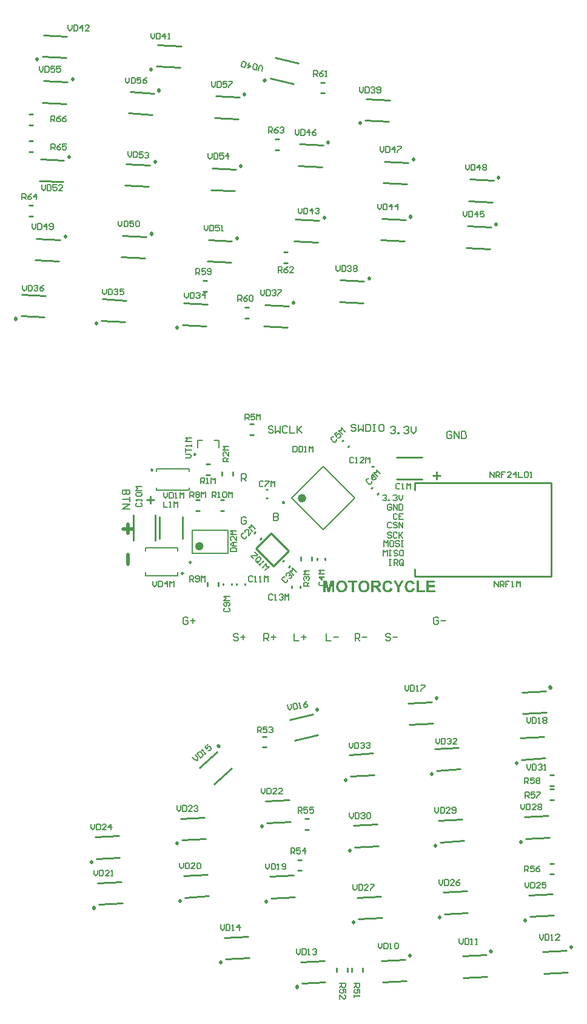
<source format=gto>
G04 Layer_Color=65535*
%FSLAX44Y44*%
%MOMM*%
G71*
G01*
G75*
%ADD27C,0.5000*%
%ADD35C,0.2000*%
%ADD91C,0.2500*%
%ADD92C,0.6000*%
%ADD93C,0.2540*%
G36*
X522494Y685312D02*
X517774D01*
Y672007D01*
X514534D01*
Y685312D01*
X509790D01*
Y688019D01*
X522494D01*
Y685312D01*
D02*
G37*
G36*
X532004Y688297D02*
X532236D01*
X532536Y688251D01*
X532883Y688204D01*
X533277Y688135D01*
X533693Y688042D01*
X534133Y687927D01*
X534596Y687788D01*
X535059Y687603D01*
X535545Y687394D01*
X536007Y687140D01*
X536470Y686839D01*
X536910Y686492D01*
X537326Y686099D01*
X537349Y686076D01*
X537419Y686006D01*
X537534Y685867D01*
X537650Y685705D01*
X537812Y685474D01*
X537997Y685196D01*
X538182Y684872D01*
X538391Y684502D01*
X538599Y684109D01*
X538784Y683646D01*
X538969Y683137D01*
X539131Y682605D01*
X539270Y682003D01*
X539362Y681378D01*
X539432Y680707D01*
X539455Y679990D01*
Y679943D01*
Y679828D01*
X539432Y679620D01*
Y679342D01*
X539386Y679018D01*
X539339Y678648D01*
X539270Y678208D01*
X539201Y677768D01*
X539085Y677282D01*
X538946Y676773D01*
X538761Y676264D01*
X538553Y675755D01*
X538321Y675269D01*
X538021Y674783D01*
X537696Y674321D01*
X537326Y673881D01*
X537303Y673858D01*
X537234Y673789D01*
X537118Y673673D01*
X536933Y673534D01*
X536725Y673372D01*
X536470Y673187D01*
X536169Y673002D01*
X535845Y672794D01*
X535452Y672585D01*
X535036Y672400D01*
X534573Y672215D01*
X534064Y672053D01*
X533531Y671914D01*
X532953Y671798D01*
X532351Y671729D01*
X531703Y671706D01*
X531541D01*
X531356Y671729D01*
X531125Y671752D01*
X530824Y671775D01*
X530477Y671822D01*
X530084Y671891D01*
X529667Y671984D01*
X529204Y672099D01*
X528765Y672238D01*
X528279Y672423D01*
X527816Y672632D01*
X527330Y672863D01*
X526890Y673164D01*
X526451Y673488D01*
X526034Y673881D01*
X526011Y673904D01*
X525942Y673974D01*
X525849Y674112D01*
X525710Y674274D01*
X525548Y674506D01*
X525363Y674783D01*
X525178Y675084D01*
X524993Y675454D01*
X524785Y675848D01*
X524600Y676311D01*
X524414Y676797D01*
X524253Y677329D01*
X524114Y677907D01*
X524021Y678532D01*
X523952Y679203D01*
X523929Y679897D01*
Y679920D01*
Y680013D01*
Y680129D01*
X523952Y680314D01*
Y680522D01*
X523975Y680753D01*
X523998Y681031D01*
X524021Y681332D01*
X524114Y681980D01*
X524229Y682674D01*
X524414Y683368D01*
X524646Y684016D01*
Y684039D01*
X524669Y684062D01*
X524715Y684132D01*
X524738Y684224D01*
X524877Y684456D01*
X525039Y684756D01*
X525247Y685104D01*
X525502Y685451D01*
X525803Y685844D01*
X526127Y686214D01*
X526150Y686237D01*
X526173Y686261D01*
X526289Y686376D01*
X526497Y686561D01*
X526752Y686770D01*
X527052Y687001D01*
X527399Y687256D01*
X527793Y687487D01*
X528209Y687672D01*
X528232D01*
X528279Y687695D01*
X528371Y687741D01*
X528487Y687765D01*
X528626Y687834D01*
X528788Y687880D01*
X528996Y687927D01*
X529204Y687996D01*
X529713Y688112D01*
X530292Y688227D01*
X530963Y688297D01*
X531657Y688320D01*
X531819D01*
X532004Y688297D01*
D02*
G37*
G36*
X630925Y685312D02*
X622294D01*
Y681772D01*
X630323D01*
Y679064D01*
X622294D01*
Y674714D01*
X631226D01*
Y672007D01*
X619055D01*
Y688019D01*
X630925D01*
Y685312D01*
D02*
G37*
G36*
X549428Y687996D02*
X549683D01*
X549937Y687973D01*
X550238D01*
X550840Y687904D01*
X551465Y687834D01*
X552043Y687718D01*
X552298Y687649D01*
X552529Y687579D01*
X552552D01*
X552575Y687556D01*
X552714Y687487D01*
X552922Y687371D01*
X553200Y687233D01*
X553501Y687001D01*
X553801Y686747D01*
X554102Y686423D01*
X554380Y686029D01*
Y686006D01*
X554403Y685983D01*
X554449Y685913D01*
X554496Y685844D01*
X554611Y685613D01*
X554750Y685312D01*
X554866Y684942D01*
X554982Y684525D01*
X555074Y684039D01*
X555097Y683530D01*
Y683507D01*
Y683461D01*
Y683345D01*
X555074Y683229D01*
Y683067D01*
X555051Y682905D01*
X554958Y682489D01*
X554843Y682003D01*
X554658Y681517D01*
X554380Y681008D01*
X554218Y680777D01*
X554033Y680545D01*
X554010Y680522D01*
X553987Y680499D01*
X553917Y680430D01*
X553825Y680360D01*
X553732Y680267D01*
X553593Y680152D01*
X553431Y680036D01*
X553246Y679920D01*
X553038Y679782D01*
X552783Y679666D01*
X552529Y679550D01*
X552251Y679435D01*
X551927Y679319D01*
X551603Y679226D01*
X551256Y679134D01*
X550863Y679064D01*
X550886D01*
X550909Y679041D01*
X551048Y678949D01*
X551233Y678833D01*
X551465Y678671D01*
X551742Y678463D01*
X552020Y678254D01*
X552321Y678000D01*
X552575Y677722D01*
X552598Y677699D01*
X552714Y677583D01*
X552853Y677398D01*
X553061Y677121D01*
X553339Y676773D01*
X553478Y676542D01*
X553640Y676311D01*
X553825Y676056D01*
X554010Y675779D01*
X554218Y675454D01*
X554426Y675131D01*
X556393Y672007D01*
X552506D01*
X550192Y675478D01*
X550169Y675501D01*
X550145Y675570D01*
X550076Y675663D01*
X549983Y675779D01*
X549891Y675917D01*
X549775Y676102D01*
X549521Y676473D01*
X549220Y676889D01*
X548942Y677259D01*
X548688Y677607D01*
X548572Y677722D01*
X548479Y677838D01*
X548456Y677861D01*
X548410Y677907D01*
X548317Y678000D01*
X548202Y678115D01*
X548040Y678208D01*
X547878Y678324D01*
X547693Y678416D01*
X547508Y678509D01*
X547485D01*
X547415Y678532D01*
X547299Y678578D01*
X547114Y678602D01*
X546883Y678648D01*
X546605Y678671D01*
X546281Y678694D01*
X545240D01*
Y672007D01*
X542000D01*
Y688019D01*
X549220D01*
X549428Y687996D01*
D02*
G37*
G36*
X608688Y674714D02*
X616741D01*
Y672007D01*
X605449D01*
Y687904D01*
X608688D01*
Y674714D01*
D02*
G37*
G36*
X565533Y688297D02*
X565788Y688274D01*
X566065Y688227D01*
X566389Y688181D01*
X566736Y688112D01*
X567107Y688019D01*
X567500Y687904D01*
X567893Y687765D01*
X568310Y687579D01*
X568703Y687394D01*
X569073Y687163D01*
X569467Y686885D01*
X569814Y686585D01*
X569837D01*
X569860Y686538D01*
X569930Y686469D01*
X569999Y686399D01*
X570092Y686284D01*
X570184Y686145D01*
X570439Y685821D01*
X570693Y685404D01*
X570971Y684895D01*
X571226Y684317D01*
X571457Y683646D01*
X568264Y682882D01*
Y682905D01*
X568241Y682928D01*
Y682998D01*
X568194Y683091D01*
X568125Y683299D01*
X568009Y683576D01*
X567847Y683900D01*
X567639Y684224D01*
X567361Y684548D01*
X567060Y684826D01*
X567014Y684849D01*
X566898Y684942D01*
X566713Y685057D01*
X566459Y685196D01*
X566135Y685335D01*
X565765Y685451D01*
X565348Y685543D01*
X564885Y685566D01*
X564723D01*
X564585Y685543D01*
X564446Y685520D01*
X564260Y685497D01*
X563867Y685404D01*
X563404Y685242D01*
X562919Y685011D01*
X562664Y684872D01*
X562433Y684710D01*
X562201Y684502D01*
X561993Y684271D01*
Y684248D01*
X561947Y684201D01*
X561900Y684132D01*
X561831Y684016D01*
X561738Y683877D01*
X561646Y683715D01*
X561553Y683507D01*
X561461Y683276D01*
X561345Y682998D01*
X561252Y682697D01*
X561160Y682350D01*
X561067Y681980D01*
X560998Y681563D01*
X560952Y681124D01*
X560928Y680638D01*
X560905Y680106D01*
Y680082D01*
Y679967D01*
Y679805D01*
X560928Y679620D01*
Y679365D01*
X560975Y679064D01*
X560998Y678763D01*
X561044Y678416D01*
X561183Y677699D01*
X561368Y676982D01*
X561484Y676635D01*
X561646Y676311D01*
X561808Y676010D01*
X561993Y675755D01*
X562016Y675732D01*
X562039Y675709D01*
X562109Y675640D01*
X562201Y675547D01*
X562433Y675362D01*
X562757Y675131D01*
X563150Y674876D01*
X563636Y674691D01*
X564191Y674529D01*
X564492Y674506D01*
X564816Y674483D01*
X564932D01*
X565024Y674506D01*
X565279Y674529D01*
X565579Y674575D01*
X565903Y674691D01*
X566274Y674830D01*
X566644Y675015D01*
X567014Y675293D01*
X567060Y675339D01*
X567176Y675454D01*
X567338Y675640D01*
X567523Y675917D01*
X567755Y676288D01*
X567963Y676727D01*
X568171Y677259D01*
X568356Y677884D01*
X571503Y676912D01*
Y676889D01*
X571480Y676797D01*
X571434Y676658D01*
X571364Y676473D01*
X571272Y676264D01*
X571179Y676010D01*
X571063Y675732D01*
X570925Y675431D01*
X570601Y674807D01*
X570184Y674159D01*
X569675Y673534D01*
X569398Y673256D01*
X569097Y673002D01*
X569073Y672979D01*
X569027Y672955D01*
X568935Y672886D01*
X568796Y672794D01*
X568634Y672701D01*
X568426Y672608D01*
X568194Y672493D01*
X567940Y672377D01*
X567639Y672238D01*
X567315Y672122D01*
X566968Y672030D01*
X566598Y671937D01*
X566204Y671845D01*
X565765Y671775D01*
X565325Y671752D01*
X564839Y671729D01*
X564700D01*
X564538Y671752D01*
X564307Y671775D01*
X564052Y671798D01*
X563728Y671845D01*
X563381Y671914D01*
X562988Y672007D01*
X562594Y672122D01*
X562178Y672261D01*
X561738Y672446D01*
X561299Y672655D01*
X560859Y672886D01*
X560419Y673187D01*
X560003Y673511D01*
X559609Y673904D01*
X559586Y673927D01*
X559517Y673997D01*
X559424Y674136D01*
X559286Y674297D01*
X559147Y674529D01*
X558962Y674783D01*
X558777Y675107D01*
X558591Y675478D01*
X558406Y675871D01*
X558221Y676311D01*
X558036Y676820D01*
X557897Y677352D01*
X557758Y677907D01*
X557666Y678532D01*
X557596Y679180D01*
X557573Y679874D01*
Y679897D01*
Y679920D01*
Y680059D01*
X557596Y680267D01*
Y680545D01*
X557643Y680869D01*
X557689Y681263D01*
X557735Y681679D01*
X557828Y682165D01*
X557943Y682651D01*
X558082Y683160D01*
X558244Y683669D01*
X558453Y684201D01*
X558684Y684710D01*
X558962Y685196D01*
X559262Y685659D01*
X559633Y686099D01*
X559656Y686122D01*
X559725Y686191D01*
X559841Y686307D01*
X560003Y686446D01*
X560211Y686608D01*
X560466Y686793D01*
X560743Y687001D01*
X561090Y687209D01*
X561461Y687418D01*
X561854Y687626D01*
X562317Y687811D01*
X562780Y687973D01*
X563312Y688112D01*
X563844Y688227D01*
X564446Y688297D01*
X565047Y688320D01*
X565325D01*
X565533Y688297D01*
D02*
G37*
G36*
X596609D02*
X596864Y688274D01*
X597142Y688227D01*
X597466Y688181D01*
X597813Y688112D01*
X598183Y688019D01*
X598576Y687904D01*
X598970Y687765D01*
X599386Y687579D01*
X599780Y687394D01*
X600150Y687163D01*
X600543Y686885D01*
X600890Y686585D01*
X600913D01*
X600937Y686538D01*
X601006Y686469D01*
X601075Y686399D01*
X601168Y686284D01*
X601260Y686145D01*
X601515Y685821D01*
X601769Y685404D01*
X602047Y684895D01*
X602302Y684317D01*
X602533Y683646D01*
X599340Y682882D01*
Y682905D01*
X599317Y682928D01*
Y682998D01*
X599271Y683091D01*
X599201Y683299D01*
X599085Y683576D01*
X598923Y683900D01*
X598715Y684224D01*
X598437Y684548D01*
X598137Y684826D01*
X598090Y684849D01*
X597975Y684942D01*
X597789Y685057D01*
X597535Y685196D01*
X597211Y685335D01*
X596841Y685451D01*
X596424Y685543D01*
X595961Y685566D01*
X595799D01*
X595661Y685543D01*
X595522Y685520D01*
X595337Y685497D01*
X594943Y685404D01*
X594481Y685242D01*
X593995Y685011D01*
X593740Y684872D01*
X593509Y684710D01*
X593277Y684502D01*
X593069Y684271D01*
Y684248D01*
X593023Y684201D01*
X592976Y684132D01*
X592907Y684016D01*
X592815Y683877D01*
X592722Y683715D01*
X592629Y683507D01*
X592537Y683276D01*
X592421Y682998D01*
X592329Y682697D01*
X592236Y682350D01*
X592144Y681980D01*
X592074Y681563D01*
X592028Y681124D01*
X592005Y680638D01*
X591982Y680106D01*
Y680082D01*
Y679967D01*
Y679805D01*
X592005Y679620D01*
Y679365D01*
X592051Y679064D01*
X592074Y678763D01*
X592120Y678416D01*
X592259Y677699D01*
X592444Y676982D01*
X592560Y676635D01*
X592722Y676311D01*
X592884Y676010D01*
X593069Y675755D01*
X593092Y675732D01*
X593115Y675709D01*
X593185Y675640D01*
X593277Y675547D01*
X593509Y675362D01*
X593833Y675131D01*
X594226Y674876D01*
X594712Y674691D01*
X595267Y674529D01*
X595568Y674506D01*
X595892Y674483D01*
X596008D01*
X596100Y674506D01*
X596355Y674529D01*
X596656Y674575D01*
X596980Y674691D01*
X597350Y674830D01*
X597720Y675015D01*
X598090Y675293D01*
X598137Y675339D01*
X598252Y675454D01*
X598414Y675640D01*
X598599Y675917D01*
X598831Y676288D01*
X599039Y676727D01*
X599247Y677259D01*
X599432Y677884D01*
X602579Y676912D01*
Y676889D01*
X602556Y676797D01*
X602510Y676658D01*
X602441Y676473D01*
X602348Y676264D01*
X602255Y676010D01*
X602140Y675732D01*
X602001Y675431D01*
X601677Y674807D01*
X601260Y674159D01*
X600751Y673534D01*
X600474Y673256D01*
X600173Y673002D01*
X600150Y672979D01*
X600103Y672955D01*
X600011Y672886D01*
X599872Y672794D01*
X599710Y672701D01*
X599502Y672608D01*
X599271Y672493D01*
X599016Y672377D01*
X598715Y672238D01*
X598391Y672122D01*
X598044Y672030D01*
X597674Y671937D01*
X597281Y671845D01*
X596841Y671775D01*
X596401Y671752D01*
X595915Y671729D01*
X595776D01*
X595614Y671752D01*
X595383Y671775D01*
X595129Y671798D01*
X594805Y671845D01*
X594458Y671914D01*
X594064Y672007D01*
X593671Y672122D01*
X593254Y672261D01*
X592815Y672446D01*
X592375Y672655D01*
X591935Y672886D01*
X591496Y673187D01*
X591079Y673511D01*
X590686Y673904D01*
X590663Y673927D01*
X590593Y673997D01*
X590501Y674136D01*
X590362Y674297D01*
X590223Y674529D01*
X590038Y674783D01*
X589853Y675107D01*
X589668Y675478D01*
X589482Y675871D01*
X589297Y676311D01*
X589112Y676820D01*
X588973Y677352D01*
X588835Y677907D01*
X588742Y678532D01*
X588673Y679180D01*
X588649Y679874D01*
Y679897D01*
Y679920D01*
Y680059D01*
X588673Y680267D01*
Y680545D01*
X588719Y680869D01*
X588765Y681263D01*
X588811Y681679D01*
X588904Y682165D01*
X589020Y682651D01*
X589159Y683160D01*
X589320Y683669D01*
X589529Y684201D01*
X589760Y684710D01*
X590038Y685196D01*
X590339Y685659D01*
X590709Y686099D01*
X590732Y686122D01*
X590801Y686191D01*
X590917Y686307D01*
X591079Y686446D01*
X591287Y686608D01*
X591542Y686793D01*
X591820Y687001D01*
X592167Y687209D01*
X592537Y687418D01*
X592930Y687626D01*
X593393Y687811D01*
X593856Y687973D01*
X594388Y688112D01*
X594920Y688227D01*
X595522Y688297D01*
X596124Y688320D01*
X596401D01*
X596609Y688297D01*
D02*
G37*
G36*
X581731Y678717D02*
Y672007D01*
X578491D01*
Y678740D01*
X572637Y688019D01*
X576409D01*
X580181Y681679D01*
X583860Y688019D01*
X587585D01*
X581731Y678717D01*
D02*
G37*
G36*
X490238Y672007D02*
X487253D01*
X487229Y684595D01*
X484082Y672007D01*
X480959D01*
X477812Y684595D01*
Y672007D01*
X474827D01*
Y688019D01*
X479663D01*
X482532Y677074D01*
X485378Y688019D01*
X490238D01*
Y672007D01*
D02*
G37*
G36*
X500928Y688297D02*
X501159D01*
X501460Y688251D01*
X501807Y688204D01*
X502201Y688135D01*
X502617Y688042D01*
X503057Y687927D01*
X503520Y687788D01*
X503982Y687603D01*
X504468Y687394D01*
X504931Y687140D01*
X505394Y686839D01*
X505834Y686492D01*
X506250Y686099D01*
X506273Y686076D01*
X506343Y686006D01*
X506458Y685867D01*
X506574Y685705D01*
X506736Y685474D01*
X506921Y685196D01*
X507106Y684872D01*
X507314Y684502D01*
X507523Y684109D01*
X507708Y683646D01*
X507893Y683137D01*
X508055Y682605D01*
X508194Y682003D01*
X508286Y681378D01*
X508356Y680707D01*
X508379Y679990D01*
Y679943D01*
Y679828D01*
X508356Y679620D01*
Y679342D01*
X508310Y679018D01*
X508263Y678648D01*
X508194Y678208D01*
X508124Y677768D01*
X508009Y677282D01*
X507870Y676773D01*
X507685Y676264D01*
X507477Y675755D01*
X507245Y675269D01*
X506944Y674783D01*
X506620Y674321D01*
X506250Y673881D01*
X506227Y673858D01*
X506157Y673789D01*
X506042Y673673D01*
X505857Y673534D01*
X505648Y673372D01*
X505394Y673187D01*
X505093Y673002D01*
X504769Y672794D01*
X504376Y672585D01*
X503959Y672400D01*
X503497Y672215D01*
X502987Y672053D01*
X502455Y671914D01*
X501877Y671798D01*
X501275Y671729D01*
X500627Y671706D01*
X500465D01*
X500280Y671729D01*
X500049Y671752D01*
X499748Y671775D01*
X499401Y671822D01*
X499007Y671891D01*
X498591Y671984D01*
X498128Y672099D01*
X497688Y672238D01*
X497203Y672423D01*
X496740Y672632D01*
X496254Y672863D01*
X495814Y673164D01*
X495374Y673488D01*
X494958Y673881D01*
X494935Y673904D01*
X494865Y673974D01*
X494773Y674112D01*
X494634Y674274D01*
X494472Y674506D01*
X494287Y674783D01*
X494102Y675084D01*
X493917Y675454D01*
X493708Y675848D01*
X493523Y676311D01*
X493338Y676797D01*
X493176Y677329D01*
X493037Y677907D01*
X492945Y678532D01*
X492876Y679203D01*
X492852Y679897D01*
Y679920D01*
Y680013D01*
Y680129D01*
X492876Y680314D01*
Y680522D01*
X492899Y680753D01*
X492922Y681031D01*
X492945Y681332D01*
X493037Y681980D01*
X493153Y682674D01*
X493338Y683368D01*
X493570Y684016D01*
Y684039D01*
X493593Y684062D01*
X493639Y684132D01*
X493662Y684224D01*
X493801Y684456D01*
X493963Y684756D01*
X494171Y685104D01*
X494426Y685451D01*
X494727Y685844D01*
X495051Y686214D01*
X495074Y686237D01*
X495097Y686261D01*
X495213Y686376D01*
X495421Y686561D01*
X495675Y686770D01*
X495976Y687001D01*
X496323Y687256D01*
X496717Y687487D01*
X497133Y687672D01*
X497156D01*
X497203Y687695D01*
X497295Y687741D01*
X497411Y687765D01*
X497550Y687834D01*
X497712Y687880D01*
X497920Y687927D01*
X498128Y687996D01*
X498637Y688112D01*
X499216Y688227D01*
X499887Y688297D01*
X500581Y688320D01*
X500743D01*
X500928Y688297D01*
D02*
G37*
%LPC*%
G36*
X531703Y685566D02*
X531518D01*
X531380Y685543D01*
X531194Y685520D01*
X531009Y685497D01*
X530546Y685404D01*
X530037Y685219D01*
X529760Y685127D01*
X529482Y684988D01*
X529227Y684826D01*
X528950Y684641D01*
X528695Y684433D01*
X528464Y684178D01*
X528441Y684155D01*
X528418Y684109D01*
X528348Y684039D01*
X528279Y683923D01*
X528186Y683762D01*
X528094Y683600D01*
X527978Y683391D01*
X527862Y683137D01*
X527747Y682859D01*
X527631Y682558D01*
X527538Y682211D01*
X527446Y681841D01*
X527376Y681424D01*
X527307Y680985D01*
X527284Y680522D01*
X527261Y680013D01*
Y679990D01*
Y679897D01*
Y679758D01*
X527284Y679573D01*
X527307Y679342D01*
X527330Y679064D01*
X527376Y678787D01*
X527423Y678463D01*
X527561Y677792D01*
X527793Y677121D01*
X527932Y676773D01*
X528094Y676450D01*
X528302Y676149D01*
X528510Y675871D01*
X528533Y675848D01*
X528580Y675802D01*
X528649Y675732D01*
X528742Y675663D01*
X528857Y675547D01*
X529019Y675431D01*
X529181Y675293D01*
X529389Y675177D01*
X529829Y674899D01*
X530384Y674691D01*
X530685Y674598D01*
X531009Y674529D01*
X531356Y674483D01*
X531703Y674460D01*
X531889D01*
X532027Y674483D01*
X532189Y674506D01*
X532374Y674529D01*
X532814Y674645D01*
X533323Y674807D01*
X533578Y674922D01*
X533855Y675038D01*
X534110Y675200D01*
X534388Y675385D01*
X534642Y675593D01*
X534874Y675848D01*
X534897Y675871D01*
X534920Y675917D01*
X534989Y675987D01*
X535059Y676102D01*
X535174Y676264D01*
X535267Y676450D01*
X535383Y676658D01*
X535498Y676912D01*
X535614Y677190D01*
X535730Y677491D01*
X535845Y677838D01*
X535938Y678231D01*
X536007Y678625D01*
X536077Y679064D01*
X536100Y679550D01*
X536123Y680059D01*
Y680082D01*
Y680175D01*
Y680314D01*
X536100Y680522D01*
X536077Y680753D01*
X536054Y681008D01*
X536031Y681309D01*
X535961Y681610D01*
X535822Y682281D01*
X535614Y682975D01*
X535475Y683322D01*
X535313Y683623D01*
X535105Y683923D01*
X534897Y684201D01*
X534874Y684224D01*
X534850Y684271D01*
X534781Y684317D01*
X534688Y684409D01*
X534550Y684525D01*
X534411Y684641D01*
X534249Y684756D01*
X534040Y684895D01*
X533832Y685011D01*
X533578Y685127D01*
X533046Y685358D01*
X532745Y685451D01*
X532421Y685497D01*
X532074Y685543D01*
X531703Y685566D01*
D02*
G37*
G36*
X548942Y685312D02*
X545240D01*
Y681239D01*
X548387D01*
X548850Y681263D01*
X549336Y681286D01*
X549822Y681309D01*
X550030Y681332D01*
X550215Y681355D01*
X550400Y681401D01*
X550516Y681424D01*
X550539D01*
X550608Y681471D01*
X550724Y681517D01*
X550840Y681586D01*
X551141Y681795D01*
X551279Y681934D01*
X551418Y682095D01*
X551441Y682119D01*
X551465Y682188D01*
X551534Y682281D01*
X551603Y682420D01*
X551650Y682605D01*
X551719Y682813D01*
X551742Y683044D01*
X551765Y683299D01*
Y683345D01*
Y683438D01*
X551742Y683576D01*
X551719Y683762D01*
X551650Y683970D01*
X551580Y684178D01*
X551465Y684409D01*
X551326Y684595D01*
X551302Y684618D01*
X551256Y684687D01*
X551141Y684756D01*
X551002Y684872D01*
X550840Y684988D01*
X550631Y685080D01*
X550377Y685173D01*
X550099Y685242D01*
X550076D01*
X550007Y685266D01*
X549868D01*
X549660Y685289D01*
X549151D01*
X548942Y685312D01*
D02*
G37*
G36*
X500627Y685566D02*
X500442D01*
X500303Y685543D01*
X500118Y685520D01*
X499933Y685497D01*
X499470Y685404D01*
X498961Y685219D01*
X498684Y685127D01*
X498406Y684988D01*
X498151Y684826D01*
X497874Y684641D01*
X497619Y684433D01*
X497388Y684178D01*
X497365Y684155D01*
X497341Y684109D01*
X497272Y684039D01*
X497203Y683923D01*
X497110Y683762D01*
X497017Y683600D01*
X496902Y683391D01*
X496786Y683137D01*
X496670Y682859D01*
X496555Y682558D01*
X496462Y682211D01*
X496370Y681841D01*
X496300Y681424D01*
X496231Y680985D01*
X496208Y680522D01*
X496184Y680013D01*
Y679990D01*
Y679897D01*
Y679758D01*
X496208Y679573D01*
X496231Y679342D01*
X496254Y679064D01*
X496300Y678787D01*
X496346Y678463D01*
X496485Y677792D01*
X496717Y677121D01*
X496856Y676773D01*
X497017Y676450D01*
X497226Y676149D01*
X497434Y675871D01*
X497457Y675848D01*
X497503Y675802D01*
X497573Y675732D01*
X497665Y675663D01*
X497781Y675547D01*
X497943Y675431D01*
X498105Y675293D01*
X498313Y675177D01*
X498753Y674899D01*
X499308Y674691D01*
X499609Y674598D01*
X499933Y674529D01*
X500280Y674483D01*
X500627Y674460D01*
X500812D01*
X500951Y674483D01*
X501113Y674506D01*
X501298Y674529D01*
X501738Y674645D01*
X502247Y674807D01*
X502501Y674922D01*
X502779Y675038D01*
X503034Y675200D01*
X503311Y675385D01*
X503566Y675593D01*
X503797Y675848D01*
X503820Y675871D01*
X503844Y675917D01*
X503913Y675987D01*
X503982Y676102D01*
X504098Y676264D01*
X504191Y676450D01*
X504306Y676658D01*
X504422Y676912D01*
X504538Y677190D01*
X504653Y677491D01*
X504769Y677838D01*
X504862Y678231D01*
X504931Y678625D01*
X505000Y679064D01*
X505024Y679550D01*
X505047Y680059D01*
Y680082D01*
Y680175D01*
Y680314D01*
X505024Y680522D01*
X505000Y680753D01*
X504977Y681008D01*
X504954Y681309D01*
X504885Y681610D01*
X504746Y682281D01*
X504538Y682975D01*
X504399Y683322D01*
X504237Y683623D01*
X504029Y683923D01*
X503820Y684201D01*
X503797Y684224D01*
X503774Y684271D01*
X503705Y684317D01*
X503612Y684409D01*
X503473Y684525D01*
X503335Y684641D01*
X503172Y684756D01*
X502964Y684895D01*
X502756Y685011D01*
X502501Y685127D01*
X501969Y685358D01*
X501669Y685451D01*
X501344Y685497D01*
X500997Y685543D01*
X500627Y685566D01*
D02*
G37*
%LPD*%
D27*
X201824Y767007D02*
Y753678D01*
X208488Y760342D02*
X195159D01*
X201824Y724507D02*
Y711178D01*
X433560Y1074696D02*
X433612Y1075695D01*
X526082Y1325157D02*
X526134Y1326156D01*
X392942Y1385084D02*
X393184Y1386055D01*
X234582Y1400157D02*
X234634Y1401156D01*
X596810Y1194696D02*
X596862Y1195695D01*
X716310Y1184196D02*
X716362Y1185195D01*
X481810Y1298446D02*
X481862Y1299445D01*
X600560Y1274446D02*
X600612Y1275445D01*
X719560Y1249446D02*
X719612Y1250445D01*
X114580Y1166981D02*
X114633Y1167980D01*
X234830Y1170981D02*
X234883Y1171980D01*
X354560Y1164946D02*
X354612Y1165945D01*
X240080Y1270981D02*
X240133Y1271980D01*
X359746Y1265361D02*
X359781Y1266361D01*
X124810Y1386446D02*
X124862Y1387444D01*
X245616Y1370775D02*
X245686Y1371772D01*
X365080Y1365231D02*
X365132Y1366230D01*
X476310Y1193446D02*
X476362Y1194445D01*
X158082Y1045907D02*
X158134Y1046906D01*
X271082Y1040157D02*
X271134Y1041156D01*
X45561Y1052372D02*
X45613Y1053371D01*
X119996Y1277861D02*
X120031Y1278861D01*
X539060Y1108696D02*
X539112Y1109694D01*
X75311Y1414122D02*
X75363Y1415120D01*
X270993Y322111D02*
X271045Y321112D01*
X820889Y177465D02*
X820941Y176466D01*
X708888Y171465D02*
X708941Y170466D01*
X595888Y165465D02*
X595941Y164466D01*
X331993Y156111D02*
X332045Y155112D01*
X437993Y122111D02*
X438045Y121112D01*
X632888Y524465D02*
X632941Y523466D01*
X154993Y232111D02*
X155045Y231112D01*
X274993Y242111D02*
X275045Y241112D01*
X394993Y241111D02*
X395045Y240112D01*
X150993Y296111D02*
X151045Y295112D01*
X388993Y346111D02*
X389045Y345112D01*
X516993Y212111D02*
X517045Y211112D01*
X636993Y219111D02*
X637045Y218112D01*
X756993Y215111D02*
X757045Y214112D01*
X511993Y312111D02*
X512045Y311112D01*
X631312Y318777D02*
X631381Y317779D01*
X750993Y324111D02*
X751045Y323112D01*
X466494Y508324D02*
X466719Y507349D01*
X626348Y418730D02*
X626418Y417733D01*
X506385Y410684D02*
X506455Y409686D01*
X791889Y539464D02*
X791941Y538466D01*
X745013Y434326D02*
X745066Y433327D01*
X328529Y457504D02*
X329198Y456761D01*
D35*
X430986Y803007D02*
X474827Y759166D01*
Y846847D02*
X518667Y803007D01*
X430986Y803007D02*
X474827Y846847D01*
Y759166D02*
X518667Y803007D01*
X322077Y883757D02*
X329327D01*
X329327Y873757D02*
X329327Y883757D01*
X299327Y883757D02*
X306577Y883757D01*
X299327Y883757D02*
X299327Y873757D01*
X288077Y814507D02*
Y817257D01*
X242077Y814507D02*
Y817257D01*
X288077Y840757D02*
Y843507D01*
X242077Y840757D02*
Y843507D01*
Y814507D02*
X288077D01*
X242077Y843507D02*
X288077D01*
X226827Y729257D02*
Y734007D01*
X271827Y729257D02*
Y734007D01*
X226827Y695007D02*
Y699757D01*
X271827Y695007D02*
Y699757D01*
X226827Y734007D02*
X271827Y734007D01*
X226827Y695007D02*
X271827D01*
X341827Y758007D02*
X341827Y726007D01*
X291827Y726007D02*
X291827Y758007D01*
X341827Y758007D01*
X291827Y726007D02*
X341827Y726007D01*
X404158Y667671D02*
X402826Y669004D01*
X400160D01*
X398827Y667671D01*
Y662340D01*
X400160Y661007D01*
X402826D01*
X404158Y662340D01*
X406824Y661007D02*
X409490D01*
X408157D01*
Y669004D01*
X406824Y667671D01*
X413489D02*
X414822Y669004D01*
X417487D01*
X418820Y667671D01*
Y666338D01*
X417487Y665005D01*
X416155D01*
X417487D01*
X418820Y663672D01*
Y662340D01*
X417487Y661007D01*
X414822D01*
X413489Y662340D01*
X421486Y661007D02*
Y669004D01*
X424152Y666338D01*
X426818Y669004D01*
Y661007D01*
X251827Y798254D02*
Y790257D01*
X257158D01*
X259824D02*
X262490D01*
X261157D01*
Y798254D01*
X259824Y796921D01*
X266489Y790257D02*
Y798254D01*
X269154Y795588D01*
X271820Y798254D01*
Y790257D01*
X517158Y858671D02*
X515826Y860004D01*
X513160D01*
X511827Y858671D01*
Y853340D01*
X513160Y852007D01*
X515826D01*
X517158Y853340D01*
X519824Y852007D02*
X522490D01*
X521157D01*
Y860004D01*
X519824Y858671D01*
X531820Y852007D02*
X526489D01*
X531820Y857338D01*
Y858671D01*
X530487Y860004D01*
X527822D01*
X526489Y858671D01*
X534486Y852007D02*
Y860004D01*
X537152Y857338D01*
X539818Y860004D01*
Y852007D01*
X236827Y687504D02*
Y682172D01*
X239493Y679507D01*
X242158Y682172D01*
Y687504D01*
X244824D02*
Y679507D01*
X248823D01*
X250156Y680840D01*
Y686171D01*
X248823Y687504D01*
X244824D01*
X256820Y679507D02*
Y687504D01*
X252822Y683505D01*
X258153D01*
X260819Y679507D02*
Y687504D01*
X263485Y684838D01*
X266151Y687504D01*
Y679507D01*
X379482Y727662D02*
X383252Y723892D01*
X382309Y722949D01*
X374769D01*
X373827Y722007D01*
X377597Y718237D01*
X384194Y713524D02*
X387964Y717294D01*
Y719179D01*
X386079Y721064D01*
X384194Y721064D01*
X380424Y717294D01*
Y715409D01*
X382309Y713524D01*
X383252Y716352D02*
Y712582D01*
X382309Y713524D02*
X384194Y713524D01*
X385137Y710697D02*
X387022Y708812D01*
X386079Y709754D01*
X391734Y715409D01*
X389849Y715409D01*
Y705984D02*
X395504Y711639D01*
Y707869D01*
X399274D01*
X393619Y702214D01*
X282829Y859007D02*
X288161D01*
X290827Y861673D01*
X288161Y864338D01*
X282829D01*
Y867004D02*
Y872336D01*
Y869670D01*
X290827D01*
Y875002D02*
Y877667D01*
Y876335D01*
X282829D01*
X284162Y875002D01*
X290827Y881666D02*
X282829D01*
X285495Y884332D01*
X282829Y886998D01*
X290827D01*
X252077Y811004D02*
Y805673D01*
X254743Y803007D01*
X257408Y805673D01*
Y811004D01*
X260074D02*
Y803007D01*
X264073D01*
X265406Y804340D01*
Y809671D01*
X264073Y811004D01*
X260074D01*
X268072Y803007D02*
X270737D01*
X269405D01*
Y811004D01*
X268072Y809671D01*
X274736Y803007D02*
Y811004D01*
X277402Y808338D01*
X280068Y811004D01*
Y803007D01*
X319827Y804007D02*
Y812004D01*
X323825D01*
X325158Y810671D01*
Y808006D01*
X323825Y806673D01*
X319827D01*
X322493D02*
X325158Y804007D01*
X327824D02*
X330490D01*
X329157D01*
Y812004D01*
X327824Y810671D01*
X334489D02*
X335822Y812004D01*
X338487D01*
X339820Y810671D01*
Y805340D01*
X338487Y804007D01*
X335822D01*
X334489Y805340D01*
Y810671D01*
X342486Y804007D02*
Y812004D01*
X345152Y809338D01*
X347818Y812004D01*
Y804007D01*
X288577Y686757D02*
Y694754D01*
X292575D01*
X293908Y693421D01*
Y690755D01*
X292575Y689423D01*
X288577D01*
X291243D02*
X293908Y686757D01*
X296574Y688090D02*
X297907Y686757D01*
X300573D01*
X301906Y688090D01*
Y693421D01*
X300573Y694754D01*
X297907D01*
X296574Y693421D01*
Y692088D01*
X297907Y690755D01*
X301906D01*
X304572Y686757D02*
Y694754D01*
X307237Y692088D01*
X309903Y694754D01*
Y686757D01*
X288827Y804007D02*
Y812004D01*
X292826D01*
X294158Y810671D01*
Y808006D01*
X292826Y806673D01*
X288827D01*
X291493D02*
X294158Y804007D01*
X296824Y810671D02*
X298157Y812004D01*
X300823D01*
X302156Y810671D01*
Y809338D01*
X300823Y808006D01*
X302156Y806673D01*
Y805340D01*
X300823Y804007D01*
X298157D01*
X296824Y805340D01*
Y806673D01*
X298157Y808006D01*
X296824Y809338D01*
Y810671D01*
X298157Y808006D02*
X300823D01*
X304822Y804007D02*
Y812004D01*
X307487Y809338D01*
X310153Y812004D01*
Y804007D01*
X365827Y912007D02*
Y920004D01*
X369826D01*
X371158Y918671D01*
Y916005D01*
X369826Y914672D01*
X365827D01*
X368493D02*
X371158Y912007D01*
X379156Y920004D02*
X373824D01*
Y916005D01*
X376490Y917338D01*
X377823D01*
X379156Y916005D01*
Y913340D01*
X377823Y912007D01*
X375157D01*
X373824Y913340D01*
X381822Y912007D02*
Y920004D01*
X384487Y917338D01*
X387153Y920004D01*
Y912007D01*
X455327Y680257D02*
X447329D01*
Y684256D01*
X448662Y685588D01*
X451328D01*
X452661Y684256D01*
Y680257D01*
Y682923D02*
X455327Y685588D01*
X448662Y688254D02*
X447329Y689587D01*
Y692253D01*
X448662Y693586D01*
X449995D01*
X451328Y692253D01*
Y690920D01*
Y692253D01*
X452661Y693586D01*
X453994D01*
X455327Y692253D01*
Y689587D01*
X453994Y688254D01*
X455327Y696252D02*
X447329D01*
X449995Y698917D01*
X447329Y701583D01*
X455327D01*
X342827Y854007D02*
X334829D01*
Y858006D01*
X336162Y859338D01*
X338828D01*
X340161Y858006D01*
Y854007D01*
Y856673D02*
X342827Y859338D01*
Y867336D02*
Y862004D01*
X337495Y867336D01*
X336162D01*
X334829Y866003D01*
Y863337D01*
X336162Y862004D01*
X342827Y870002D02*
X334829D01*
X337495Y872667D01*
X334829Y875333D01*
X342827D01*
X303827Y823257D02*
Y831254D01*
X307826D01*
X309158Y829921D01*
Y827255D01*
X307826Y825923D01*
X303827D01*
X306493D02*
X309158Y823257D01*
X311824D02*
X314490D01*
X313157D01*
Y831254D01*
X311824Y829921D01*
X318489Y823257D02*
Y831254D01*
X321155Y828588D01*
X323820Y831254D01*
Y823257D01*
X713827Y679257D02*
Y687254D01*
X719158Y679257D01*
Y687254D01*
X721824Y679257D02*
Y687254D01*
X725823D01*
X727156Y685921D01*
Y683255D01*
X725823Y681923D01*
X721824D01*
X724490D02*
X727156Y679257D01*
X735153Y687254D02*
X729822D01*
Y683255D01*
X732487D01*
X729822D01*
Y679257D01*
X737819D02*
X740485D01*
X739152D01*
Y687254D01*
X737819Y685921D01*
X744484Y679257D02*
Y687254D01*
X747149Y684588D01*
X749815Y687254D01*
Y679257D01*
X432827Y875504D02*
Y867507D01*
X436825D01*
X438158Y868840D01*
Y874171D01*
X436825Y875504D01*
X432827D01*
X440824D02*
Y867507D01*
X444823D01*
X446156Y868840D01*
Y874171D01*
X444823Y875504D01*
X440824D01*
X448822Y867507D02*
X451487D01*
X450154D01*
Y875504D01*
X448822Y874171D01*
X455486Y867507D02*
Y875504D01*
X458152Y872838D01*
X460818Y875504D01*
Y867507D01*
X345579Y728257D02*
X353577D01*
Y732255D01*
X352244Y733588D01*
X346912D01*
X345579Y732255D01*
Y728257D01*
X353577Y736254D02*
X348245D01*
X345579Y738920D01*
X348245Y741586D01*
X353577D01*
X349578D01*
Y736254D01*
X353577Y749583D02*
Y744252D01*
X348245Y749583D01*
X346912D01*
X345579Y748250D01*
Y745584D01*
X346912Y744252D01*
X353577Y752249D02*
X345579D01*
X348245Y754915D01*
X345579Y757581D01*
X353577D01*
X376408Y693421D02*
X375075Y694754D01*
X372410D01*
X371077Y693421D01*
Y688090D01*
X372410Y686757D01*
X375075D01*
X376408Y688090D01*
X379074Y686757D02*
X381740D01*
X380407D01*
Y694754D01*
X379074Y693421D01*
X385739Y686757D02*
X388405D01*
X387072D01*
Y694754D01*
X385739Y693421D01*
X392403Y686757D02*
Y694754D01*
X395069Y692088D01*
X397735Y694754D01*
Y686757D01*
X214662Y796338D02*
X213329Y795005D01*
Y792340D01*
X214662Y791007D01*
X219994D01*
X221327Y792340D01*
Y795005D01*
X219994Y796338D01*
X221327Y799004D02*
Y801670D01*
Y800337D01*
X213329D01*
X214662Y799004D01*
Y805669D02*
X213329Y807002D01*
Y809667D01*
X214662Y811000D01*
X219994D01*
X221327Y809667D01*
Y807002D01*
X219994Y805669D01*
X214662D01*
X221327Y813666D02*
X213329D01*
X215995Y816332D01*
X213329Y818998D01*
X221327D01*
X337662Y649838D02*
X336329Y648505D01*
Y645840D01*
X337662Y644507D01*
X342994D01*
X344327Y645840D01*
Y648505D01*
X342994Y649838D01*
Y652504D02*
X344327Y653837D01*
Y656503D01*
X342994Y657836D01*
X337662D01*
X336329Y656503D01*
Y653837D01*
X337662Y652504D01*
X338995D01*
X340328Y653837D01*
Y657836D01*
X344327Y660502D02*
X336329D01*
X338995Y663167D01*
X336329Y665833D01*
X344327D01*
X391158Y825671D02*
X389826Y827004D01*
X387160D01*
X385827Y825671D01*
Y820340D01*
X387160Y819007D01*
X389826D01*
X391158Y820340D01*
X393824Y827004D02*
X399156D01*
Y825671D01*
X393824Y820340D01*
Y819007D01*
X401822D02*
Y827004D01*
X404487Y824338D01*
X407153Y827004D01*
Y819007D01*
X538634Y830239D02*
X536749D01*
X534864Y828354D01*
X534864Y826469D01*
X538634Y822699D01*
X540519D01*
X542404Y824584D01*
X542404Y826469D01*
X543347Y836837D02*
X542404Y834009D01*
Y830239D01*
X544289Y828354D01*
X546174D01*
X548059Y830239D01*
X548059Y832124D01*
X547117Y833067D01*
X545232Y833067D01*
X542404Y830239D01*
X550887Y833067D02*
X545232Y838722D01*
X549002D01*
Y842492D01*
X554657Y836837D01*
X489634Y888989D02*
X487749D01*
X485864Y887104D01*
X485864Y885219D01*
X489634Y881449D01*
X491519D01*
X493404Y883334D01*
X493404Y885219D01*
X494347Y895587D02*
X490577Y891817D01*
X493404Y888989D01*
X494347Y891817D01*
X495289Y892759D01*
X497174D01*
X499059Y890874D01*
X499059Y888989D01*
X497174Y887104D01*
X495289D01*
X501887Y891817D02*
X496232Y897472D01*
X500002D01*
Y901242D01*
X505657Y895587D01*
X470162Y686338D02*
X468829Y685005D01*
Y682340D01*
X470162Y681007D01*
X475494D01*
X476827Y682340D01*
Y685005D01*
X475494Y686338D01*
X476827Y693003D02*
X468829D01*
X472828Y689004D01*
Y694336D01*
X476827Y697002D02*
X468829D01*
X471495Y699667D01*
X468829Y702333D01*
X476827D01*
X421384Y693239D02*
X419499D01*
X417614Y691354D01*
X417614Y689469D01*
X421384Y685699D01*
X423269D01*
X425154Y687584D01*
X425154Y689469D01*
X423269Y695124D02*
X423269Y697009D01*
X425154Y698894D01*
X427039D01*
X427982Y697952D01*
Y696067D01*
X427039Y695124D01*
X427982Y696067D01*
X429867Y696067D01*
X430809Y695124D01*
X430809Y693239D01*
X428924Y691354D01*
X427039D01*
X433637Y696067D02*
X427982Y701722D01*
X431752D01*
Y705492D01*
X437407Y699837D01*
X363884Y753739D02*
X361999D01*
X360114Y751854D01*
X360114Y749969D01*
X363884Y746199D01*
X365769D01*
X367654Y748084D01*
X367654Y749969D01*
X374252Y754682D02*
X370482Y750912D01*
Y758452D01*
X369539Y759394D01*
X367654D01*
X365769Y757509D01*
X365769Y755624D01*
X376137Y756567D02*
X370482Y762222D01*
X374252D01*
Y765992D01*
X379907Y760337D01*
X581908Y822421D02*
X580575Y823754D01*
X577910D01*
X576577Y822421D01*
Y817090D01*
X577910Y815757D01*
X580575D01*
X581908Y817090D01*
X584574Y815757D02*
X587240D01*
X585907D01*
Y823754D01*
X584574Y822421D01*
X591239Y815757D02*
Y823754D01*
X593904Y821088D01*
X596570Y823754D01*
Y815757D01*
X405490Y781753D02*
X405577Y771757D01*
X410575Y771800D01*
X412226Y773481D01*
X412212Y775147D01*
X410531Y776799D01*
X405533Y776755D01*
X410531Y776799D01*
X412183Y778479D01*
X412168Y780145D01*
X410488Y781797D01*
X405490Y781753D01*
X366918Y775395D02*
X365238Y777047D01*
X361906Y777018D01*
X360254Y775337D01*
X360312Y768673D01*
X361993Y767021D01*
X365325Y767050D01*
X366977Y768731D01*
X366947Y772063D01*
X363615Y772034D01*
X360827Y826757D02*
X360740Y836753D01*
X365738Y836797D01*
X367418Y835145D01*
X367447Y831813D01*
X365796Y830133D01*
X360798Y830089D01*
X364130Y830118D02*
X367491Y826815D01*
X654168Y894395D02*
X652488Y896047D01*
X649156Y896018D01*
X647504Y894337D01*
X647562Y887673D01*
X649243Y886021D01*
X652575Y886050D01*
X654227Y887731D01*
X654197Y891063D01*
X650865Y891034D01*
X657573Y886094D02*
X657486Y896090D01*
X664237Y886152D01*
X664150Y896149D01*
X667482Y896178D02*
X667570Y886181D01*
X672568Y886225D01*
X674219Y887905D01*
X674161Y894570D01*
X672480Y896221D01*
X667482Y896178D01*
X520741Y904337D02*
X519075Y906003D01*
X515743D01*
X514077Y904337D01*
Y902671D01*
X515743Y901005D01*
X519075D01*
X520741Y899339D01*
Y897673D01*
X519075Y896007D01*
X515743D01*
X514077Y897673D01*
X524074Y906003D02*
Y896007D01*
X527406Y899339D01*
X530738Y896007D01*
Y906003D01*
X534070D02*
Y896007D01*
X539069D01*
X540735Y897673D01*
Y904337D01*
X539069Y906003D01*
X534070D01*
X544067D02*
X547399D01*
X545733D01*
Y896007D01*
X544067D01*
X547399D01*
X557396Y906003D02*
X554064D01*
X552398Y904337D01*
Y897673D01*
X554064Y896007D01*
X557396D01*
X559062Y897673D01*
Y904337D01*
X557396Y906003D01*
X404918Y901895D02*
X403238Y903547D01*
X399906Y903518D01*
X398254Y901837D01*
X398269Y900171D01*
X399949Y898520D01*
X403281Y898549D01*
X404962Y896897D01*
X404977Y895231D01*
X403325Y893550D01*
X399993Y893521D01*
X398312Y895173D01*
X408236Y903590D02*
X408323Y893594D01*
X411626Y896955D01*
X414987Y893652D01*
X414900Y903649D01*
X424911Y902070D02*
X423231Y903721D01*
X419898Y903692D01*
X418247Y902012D01*
X418305Y895347D01*
X419986Y893696D01*
X423318Y893725D01*
X424969Y895405D01*
X428229Y903765D02*
X428316Y893768D01*
X434980Y893827D01*
X438225Y903852D02*
X438312Y893856D01*
X438283Y897188D01*
X444889Y903910D01*
X439935Y898868D01*
X444977Y893914D01*
X569004Y901087D02*
X570656Y902768D01*
X573988Y902797D01*
X575668Y901145D01*
X575683Y899479D01*
X574031Y897799D01*
X572365Y897784D01*
X574031Y897799D01*
X575712Y896147D01*
X575727Y894481D01*
X574075Y892800D01*
X570743Y892771D01*
X569062Y894423D01*
X579073Y892844D02*
X579059Y894510D01*
X580725Y894525D01*
X580739Y892859D01*
X579073Y892844D01*
X587331Y901247D02*
X588982Y902928D01*
X592314Y902957D01*
X593995Y901305D01*
X594010Y899639D01*
X592358Y897959D01*
X590692Y897944D01*
X592358Y897959D01*
X594039Y896307D01*
X594053Y894641D01*
X592402Y892960D01*
X589070Y892931D01*
X587389Y894583D01*
X597313Y903000D02*
X597371Y896336D01*
X600732Y893033D01*
X604035Y896394D01*
X603977Y903058D01*
X566827Y717504D02*
X569493D01*
X568160D01*
Y709507D01*
X566827D01*
X569493D01*
X573491D02*
Y717504D01*
X577490D01*
X578823Y716171D01*
Y713505D01*
X577490Y712172D01*
X573491D01*
X576157D02*
X578823Y709507D01*
X586820Y710840D02*
Y716171D01*
X585487Y717504D01*
X582822D01*
X581489Y716171D01*
Y710840D01*
X582822Y709507D01*
X585487D01*
X584155Y712172D02*
X586820Y709507D01*
X585487D02*
X586820Y710840D01*
X558827Y722507D02*
Y730504D01*
X561493Y727838D01*
X564158Y730504D01*
Y722507D01*
X566824Y730504D02*
X569490D01*
X568157D01*
Y722507D01*
X566824D01*
X569490D01*
X578820Y729171D02*
X577487Y730504D01*
X574822D01*
X573489Y729171D01*
Y727838D01*
X574822Y726506D01*
X577487D01*
X578820Y725173D01*
Y723840D01*
X577487Y722507D01*
X574822D01*
X573489Y723840D01*
X585485Y730504D02*
X582819D01*
X581486Y729171D01*
Y723840D01*
X582819Y722507D01*
X585485D01*
X586818Y723840D01*
Y729171D01*
X585485Y730504D01*
X559827Y735507D02*
Y743504D01*
X562493Y740838D01*
X565158Y743504D01*
Y735507D01*
X571823Y743504D02*
X569157D01*
X567824Y742171D01*
Y736840D01*
X569157Y735507D01*
X571823D01*
X573156Y736840D01*
Y742171D01*
X571823Y743504D01*
X581153Y742171D02*
X579820Y743504D01*
X577155D01*
X575822Y742171D01*
Y740838D01*
X577155Y739505D01*
X579820D01*
X581153Y738173D01*
Y736840D01*
X579820Y735507D01*
X577155D01*
X575822Y736840D01*
X583819Y743504D02*
X586485D01*
X585152D01*
Y735507D01*
X583819D01*
X586485D01*
X570158Y754171D02*
X568825Y755504D01*
X566160D01*
X564827Y754171D01*
Y752838D01*
X566160Y751506D01*
X568825D01*
X570158Y750173D01*
Y748840D01*
X568825Y747507D01*
X566160D01*
X564827Y748840D01*
X578156Y754171D02*
X576823Y755504D01*
X574157D01*
X572824Y754171D01*
Y748840D01*
X574157Y747507D01*
X576823D01*
X578156Y748840D01*
X580822Y755504D02*
Y747507D01*
Y750173D01*
X586153Y755504D01*
X582155Y751506D01*
X586153Y747507D01*
X570158Y768171D02*
X568825Y769504D01*
X566160D01*
X564827Y768171D01*
Y762840D01*
X566160Y761507D01*
X568825D01*
X570158Y762840D01*
X578156Y768171D02*
X576823Y769504D01*
X574157D01*
X572824Y768171D01*
Y766838D01*
X574157Y765506D01*
X576823D01*
X578156Y764173D01*
Y762840D01*
X576823Y761507D01*
X574157D01*
X572824Y762840D01*
X580822Y761507D02*
Y769504D01*
X586153Y761507D01*
Y769504D01*
X578158Y780171D02*
X576825Y781504D01*
X574160D01*
X572827Y780171D01*
Y774840D01*
X574160Y773507D01*
X576825D01*
X578158Y774840D01*
X586156Y781504D02*
X580824D01*
Y773507D01*
X586156D01*
X580824Y777505D02*
X583490D01*
X570158Y793171D02*
X568825Y794504D01*
X566160D01*
X564827Y793171D01*
Y787840D01*
X566160Y786507D01*
X568825D01*
X570158Y787840D01*
Y790506D01*
X567493D01*
X572824Y786507D02*
Y794504D01*
X578156Y786507D01*
Y794504D01*
X580822D02*
Y786507D01*
X584820D01*
X586153Y787840D01*
Y793171D01*
X584820Y794504D01*
X580822D01*
X557827Y806171D02*
X559160Y807504D01*
X561825D01*
X563158Y806171D01*
Y804838D01*
X561825Y803505D01*
X560493D01*
X561825D01*
X563158Y802172D01*
Y800840D01*
X561825Y799507D01*
X559160D01*
X557827Y800840D01*
X565824Y799507D02*
Y800840D01*
X567157D01*
Y799507D01*
X565824D01*
X572489Y806171D02*
X573822Y807504D01*
X576487D01*
X577820Y806171D01*
Y804838D01*
X576487Y803505D01*
X575154D01*
X576487D01*
X577820Y802172D01*
Y800840D01*
X576487Y799507D01*
X573822D01*
X572489Y800840D01*
X580486Y807504D02*
Y802172D01*
X583152Y799507D01*
X585818Y802172D01*
Y807504D01*
X707827Y832007D02*
Y840004D01*
X713158Y832007D01*
Y840004D01*
X715824Y832007D02*
Y840004D01*
X719823D01*
X721156Y838671D01*
Y836005D01*
X719823Y834672D01*
X715824D01*
X718490D02*
X721156Y832007D01*
X729153Y840004D02*
X723822D01*
Y836005D01*
X726487D01*
X723822D01*
Y832007D01*
X737151D02*
X731819D01*
X737151Y837338D01*
Y838671D01*
X735818Y840004D01*
X733152D01*
X731819Y838671D01*
X743815Y832007D02*
Y840004D01*
X739816Y836005D01*
X745148D01*
X747814Y840004D02*
Y832007D01*
X753146D01*
X755811Y838671D02*
X757144Y840004D01*
X759810D01*
X761143Y838671D01*
Y833340D01*
X759810Y832007D01*
X757144D01*
X755811Y833340D01*
Y838671D01*
X763809Y832007D02*
X766475D01*
X765142D01*
Y840004D01*
X763809Y838671D01*
X204323Y814594D02*
X194327Y814507D01*
X194370Y809509D01*
X196051Y807857D01*
X197717Y807872D01*
X199369Y809552D01*
X199325Y814550D01*
X199369Y809552D01*
X201049Y807901D01*
X202715Y807915D01*
X204367Y809596D01*
X204323Y814594D01*
X204410Y804598D02*
X204469Y797933D01*
X204440Y801265D01*
X194443Y801178D01*
X194501Y794514D02*
X204498Y794601D01*
X194559Y787850D01*
X204556Y787937D01*
X285991Y635337D02*
X284325Y637004D01*
X280993D01*
X279327Y635337D01*
Y628673D01*
X280993Y627007D01*
X284325D01*
X285991Y628673D01*
Y632005D01*
X282659D01*
X289324D02*
X295988D01*
X292656Y635337D02*
Y628673D01*
X355991Y612837D02*
X354325Y614504D01*
X350993D01*
X349327Y612837D01*
Y611171D01*
X350993Y609505D01*
X354325D01*
X355991Y607839D01*
Y606173D01*
X354325Y604507D01*
X350993D01*
X349327Y606173D01*
X359324Y609505D02*
X365988D01*
X362656Y612837D02*
Y606173D01*
X391827Y604507D02*
Y614504D01*
X396825D01*
X398491Y612837D01*
Y609505D01*
X396825Y607839D01*
X391827D01*
X395159D02*
X398491Y604507D01*
X401824Y609505D02*
X408488D01*
X405156Y612837D02*
Y606173D01*
X434327Y614504D02*
Y604507D01*
X440991D01*
X444324Y609505D02*
X450988D01*
X447656Y612837D02*
Y606173D01*
X479327Y614504D02*
Y604507D01*
X485991D01*
X489324Y609505D02*
X495988D01*
X519327Y604507D02*
Y614504D01*
X524325D01*
X525991Y612837D01*
Y609505D01*
X524325Y607839D01*
X519327D01*
X522659D02*
X525991Y604507D01*
X529324Y609505D02*
X535988D01*
X568491Y612837D02*
X566825Y614504D01*
X563493D01*
X561827Y612837D01*
Y611171D01*
X563493Y609505D01*
X566825D01*
X568491Y607839D01*
Y606173D01*
X566825Y604507D01*
X563493D01*
X561827Y606173D01*
X571824Y609505D02*
X578488D01*
X635991Y635337D02*
X634325Y637004D01*
X630993D01*
X629327Y635337D01*
Y628673D01*
X630993Y627007D01*
X634325D01*
X635991Y628673D01*
Y632005D01*
X632659D01*
X639324D02*
X645988D01*
X318861Y1383699D02*
Y1378368D01*
X321527Y1375702D01*
X324192Y1378368D01*
Y1383699D01*
X326858D02*
Y1375702D01*
X330857D01*
X332190Y1377035D01*
Y1382366D01*
X330857Y1383699D01*
X326858D01*
X340187D02*
X334856D01*
Y1379700D01*
X337521Y1381033D01*
X338854D01*
X340187Y1379700D01*
Y1377035D01*
X338854Y1375702D01*
X336189D01*
X334856Y1377035D01*
X342853Y1383699D02*
X348185D01*
Y1382366D01*
X342853Y1377035D01*
Y1375702D01*
X198965Y1389263D02*
Y1383931D01*
X201631Y1381266D01*
X204296Y1383931D01*
Y1389263D01*
X206962D02*
Y1381266D01*
X210961D01*
X212294Y1382599D01*
Y1387930D01*
X210961Y1389263D01*
X206962D01*
X220291D02*
X214960D01*
Y1385264D01*
X217625Y1386597D01*
X218958D01*
X220291Y1385264D01*
Y1382599D01*
X218958Y1381266D01*
X216292D01*
X214960Y1382599D01*
X228289Y1389263D02*
X225623Y1387930D01*
X222957Y1385264D01*
Y1382599D01*
X224290Y1381266D01*
X226956D01*
X228289Y1382599D01*
Y1383931D01*
X226956Y1385264D01*
X222957D01*
X78581Y1405067D02*
Y1399736D01*
X81247Y1397070D01*
X83912Y1399736D01*
Y1405067D01*
X86578D02*
Y1397070D01*
X90577D01*
X91910Y1398403D01*
Y1403734D01*
X90577Y1405067D01*
X86578D01*
X99907D02*
X94576D01*
Y1401069D01*
X97241Y1402401D01*
X98574D01*
X99907Y1401069D01*
Y1398403D01*
X98574Y1397070D01*
X95908D01*
X94576Y1398403D01*
X107905Y1405067D02*
X102573D01*
Y1401069D01*
X105239Y1402401D01*
X106572D01*
X107905Y1401069D01*
Y1398403D01*
X106572Y1397070D01*
X103906D01*
X102573Y1398403D01*
X314237Y1283889D02*
Y1278558D01*
X316903Y1275892D01*
X319568Y1278558D01*
Y1283889D01*
X322234D02*
Y1275892D01*
X326233D01*
X327566Y1277225D01*
Y1282556D01*
X326233Y1283889D01*
X322234D01*
X335563D02*
X330232D01*
Y1279891D01*
X332897Y1281223D01*
X334230D01*
X335563Y1279891D01*
Y1277225D01*
X334230Y1275892D01*
X331564D01*
X330232Y1277225D01*
X342228Y1275892D02*
Y1283889D01*
X338229Y1279891D01*
X343561D01*
X202137Y1286486D02*
X201858Y1281162D01*
X204380Y1278360D01*
X207182Y1280883D01*
X207461Y1286207D01*
X210123Y1286068D02*
X209705Y1278081D01*
X213698Y1277872D01*
X215099Y1279133D01*
X215378Y1284458D01*
X214116Y1285858D01*
X210123Y1286068D01*
X223434Y1285370D02*
X218110Y1285649D01*
X217901Y1281656D01*
X220632Y1282847D01*
X221964Y1282778D01*
X223225Y1281377D01*
X223085Y1278715D01*
X221684Y1277453D01*
X219022Y1277593D01*
X217761Y1278994D01*
X226026Y1283899D02*
X227427Y1285161D01*
X230089Y1285021D01*
X231351Y1283620D01*
X231281Y1282289D01*
X229880Y1281028D01*
X228549Y1281098D01*
X229880Y1281028D01*
X231141Y1279627D01*
X231072Y1278296D01*
X229671Y1277035D01*
X227009Y1277174D01*
X225747Y1278575D01*
X81597Y1239673D02*
Y1234342D01*
X84263Y1231676D01*
X86928Y1234342D01*
Y1239673D01*
X89594D02*
Y1231676D01*
X93593D01*
X94926Y1233009D01*
Y1238340D01*
X93593Y1239673D01*
X89594D01*
X102923D02*
X97592D01*
Y1235675D01*
X100257Y1237007D01*
X101590D01*
X102923Y1235675D01*
Y1233009D01*
X101590Y1231676D01*
X98925D01*
X97592Y1233009D01*
X110921Y1231676D02*
X105589D01*
X110921Y1237007D01*
Y1238340D01*
X109588Y1239673D01*
X106922D01*
X105589Y1238340D01*
X308451Y1183563D02*
Y1178232D01*
X311117Y1175566D01*
X313782Y1178232D01*
Y1183563D01*
X316448D02*
Y1175566D01*
X320447D01*
X321780Y1176899D01*
Y1182230D01*
X320447Y1183563D01*
X316448D01*
X329777D02*
X324446D01*
Y1179565D01*
X327111Y1180897D01*
X328444D01*
X329777Y1179565D01*
Y1176899D01*
X328444Y1175566D01*
X325779D01*
X324446Y1176899D01*
X332443Y1175566D02*
X335109D01*
X333776D01*
Y1183563D01*
X332443Y1182230D01*
X188801Y1189674D02*
Y1184343D01*
X191467Y1181677D01*
X194133Y1184343D01*
Y1189674D01*
X196799D02*
Y1181677D01*
X200798D01*
X202130Y1183010D01*
Y1188341D01*
X200798Y1189674D01*
X196799D01*
X210128D02*
X204796D01*
Y1185676D01*
X207462Y1187008D01*
X208795D01*
X210128Y1185676D01*
Y1183010D01*
X208795Y1181677D01*
X206129D01*
X204796Y1183010D01*
X212794Y1188341D02*
X214126Y1189674D01*
X216792D01*
X218125Y1188341D01*
Y1183010D01*
X216792Y1181677D01*
X214126D01*
X212794Y1183010D01*
Y1188341D01*
X68377Y1185480D02*
Y1180149D01*
X71043Y1177483D01*
X73709Y1180149D01*
Y1185480D01*
X76375D02*
Y1177483D01*
X80373D01*
X81706Y1178816D01*
Y1184147D01*
X80373Y1185480D01*
X76375D01*
X88371Y1177483D02*
Y1185480D01*
X84372Y1181481D01*
X89704D01*
X92370Y1178816D02*
X93702Y1177483D01*
X96368D01*
X97701Y1178816D01*
Y1184147D01*
X96368Y1185480D01*
X93702D01*
X92370Y1184147D01*
Y1182814D01*
X93702Y1181481D01*
X97701D01*
X673445Y1268145D02*
Y1262814D01*
X676111Y1260148D01*
X678776Y1262814D01*
Y1268145D01*
X681442D02*
Y1260148D01*
X685441D01*
X686774Y1261481D01*
Y1266812D01*
X685441Y1268145D01*
X681442D01*
X693438Y1260148D02*
Y1268145D01*
X689440Y1264146D01*
X694771D01*
X697437Y1266812D02*
X698770Y1268145D01*
X701436D01*
X702769Y1266812D01*
Y1265479D01*
X701436Y1264146D01*
X702769Y1262814D01*
Y1261481D01*
X701436Y1260148D01*
X698770D01*
X697437Y1261481D01*
Y1262814D01*
X698770Y1264146D01*
X697437Y1265479D01*
Y1266812D01*
X698770Y1264146D02*
X701436D01*
X554319Y1293037D02*
Y1287706D01*
X556985Y1285040D01*
X559650Y1287706D01*
Y1293037D01*
X562316D02*
Y1285040D01*
X566315D01*
X567648Y1286373D01*
Y1291704D01*
X566315Y1293037D01*
X562316D01*
X574312Y1285040D02*
Y1293037D01*
X570314Y1289039D01*
X575645D01*
X578311Y1293037D02*
X583643D01*
Y1291704D01*
X578311Y1286373D01*
Y1285040D01*
X435693Y1316925D02*
Y1311593D01*
X438359Y1308928D01*
X441024Y1311593D01*
Y1316925D01*
X443690D02*
Y1308928D01*
X447689D01*
X449022Y1310261D01*
Y1315592D01*
X447689Y1316925D01*
X443690D01*
X455686Y1308928D02*
Y1316925D01*
X451688Y1312926D01*
X457019D01*
X465017Y1316925D02*
X462351Y1315592D01*
X459685Y1312926D01*
Y1310261D01*
X461018Y1308928D01*
X463684D01*
X465017Y1310261D01*
Y1311593D01*
X463684Y1312926D01*
X459685D01*
X670135Y1202867D02*
Y1197536D01*
X672801Y1194870D01*
X675466Y1197536D01*
Y1202867D01*
X678132D02*
Y1194870D01*
X682131D01*
X683464Y1196203D01*
Y1201534D01*
X682131Y1202867D01*
X678132D01*
X690128Y1194870D02*
Y1202867D01*
X686130Y1198868D01*
X691461D01*
X699459Y1202867D02*
X694127D01*
Y1198868D01*
X696793Y1200201D01*
X698126D01*
X699459Y1198868D01*
Y1196203D01*
X698126Y1194870D01*
X695460D01*
X694127Y1196203D01*
X550767Y1213273D02*
Y1207942D01*
X553433Y1205276D01*
X556098Y1207942D01*
Y1213273D01*
X558764D02*
Y1205276D01*
X562763D01*
X564096Y1206609D01*
Y1211940D01*
X562763Y1213273D01*
X558764D01*
X570760Y1205276D02*
Y1213273D01*
X566762Y1209275D01*
X572093D01*
X578758Y1205276D02*
Y1213273D01*
X574759Y1209275D01*
X580091D01*
X439847Y1207423D02*
Y1202092D01*
X442513Y1199426D01*
X445178Y1202092D01*
Y1207423D01*
X447844D02*
Y1199426D01*
X451843D01*
X453176Y1200759D01*
Y1206090D01*
X451843Y1207423D01*
X447844D01*
X459840Y1199426D02*
Y1207423D01*
X455842Y1203425D01*
X461173D01*
X463839Y1206090D02*
X465172Y1207423D01*
X467838D01*
X469171Y1206090D01*
Y1204757D01*
X467838Y1203425D01*
X466505D01*
X467838D01*
X469171Y1202092D01*
Y1200759D01*
X467838Y1199426D01*
X465172D01*
X463839Y1200759D01*
X234021Y1451001D02*
Y1445670D01*
X236687Y1443004D01*
X239352Y1445670D01*
Y1451001D01*
X242018D02*
Y1443004D01*
X246017D01*
X247350Y1444337D01*
Y1449668D01*
X246017Y1451001D01*
X242018D01*
X254014Y1443004D02*
Y1451001D01*
X250016Y1447003D01*
X255347D01*
X258013Y1443004D02*
X260679D01*
X259346D01*
Y1451001D01*
X258013Y1449668D01*
X389237Y1398595D02*
X390255Y1403829D01*
X388147Y1406955D01*
X385021Y1404846D01*
X384004Y1399613D01*
X381387Y1400121D02*
X382913Y1407972D01*
X378988Y1408735D01*
X377425Y1407681D01*
X376408Y1402447D01*
X377462Y1400884D01*
X381387Y1400121D01*
X371137Y1410261D02*
X369611Y1402410D01*
X374300Y1405573D01*
X369066Y1406590D01*
X365940Y1404482D02*
X364378Y1403428D01*
X361761Y1403936D01*
X360707Y1405499D01*
X361724Y1410733D01*
X363287Y1411787D01*
X365904Y1411278D01*
X366958Y1409715D01*
X365940Y1404482D01*
X525647Y1376091D02*
Y1370759D01*
X528313Y1368093D01*
X530978Y1370759D01*
Y1376091D01*
X533644D02*
Y1368093D01*
X537643D01*
X538976Y1369426D01*
Y1374758D01*
X537643Y1376091D01*
X533644D01*
X541642Y1374758D02*
X542975Y1376091D01*
X545640D01*
X546973Y1374758D01*
Y1373425D01*
X545640Y1372092D01*
X544307D01*
X545640D01*
X546973Y1370759D01*
Y1369426D01*
X545640Y1368093D01*
X542975D01*
X541642Y1369426D01*
X549639D02*
X550972Y1368093D01*
X553638D01*
X554971Y1369426D01*
Y1374758D01*
X553638Y1376091D01*
X550972D01*
X549639Y1374758D01*
Y1373425D01*
X550972Y1372092D01*
X554971D01*
X387443Y1093206D02*
Y1087875D01*
X390109Y1085209D01*
X392775Y1087875D01*
Y1093206D01*
X395441D02*
Y1085209D01*
X399440D01*
X400772Y1086542D01*
Y1091873D01*
X399440Y1093206D01*
X395441D01*
X403438Y1091873D02*
X404771Y1093206D01*
X407437D01*
X408770Y1091873D01*
Y1090540D01*
X407437Y1089208D01*
X406104D01*
X407437D01*
X408770Y1087875D01*
Y1086542D01*
X407437Y1085209D01*
X404771D01*
X403438Y1086542D01*
X411436Y1093206D02*
X416767D01*
Y1091873D01*
X411436Y1086542D01*
Y1085209D01*
X55097Y1099923D02*
Y1094592D01*
X57763Y1091926D01*
X60428Y1094592D01*
Y1099923D01*
X63094D02*
Y1091926D01*
X67093D01*
X68426Y1093259D01*
Y1098590D01*
X67093Y1099923D01*
X63094D01*
X71092Y1098590D02*
X72425Y1099923D01*
X75090D01*
X76423Y1098590D01*
Y1097257D01*
X75090Y1095925D01*
X73757D01*
X75090D01*
X76423Y1094592D01*
Y1093259D01*
X75090Y1091926D01*
X72425D01*
X71092Y1093259D01*
X84421Y1099923D02*
X81755Y1098590D01*
X79089Y1095925D01*
Y1093259D01*
X80422Y1091926D01*
X83088D01*
X84421Y1093259D01*
Y1094592D01*
X83088Y1095925D01*
X79089D01*
X166847Y1094673D02*
Y1089342D01*
X169513Y1086676D01*
X172178Y1089342D01*
Y1094673D01*
X174844D02*
Y1086676D01*
X178843D01*
X180176Y1088009D01*
Y1093340D01*
X178843Y1094673D01*
X174844D01*
X182842Y1093340D02*
X184174Y1094673D01*
X186840D01*
X188173Y1093340D01*
Y1092007D01*
X186840Y1090675D01*
X185507D01*
X186840D01*
X188173Y1089342D01*
Y1088009D01*
X186840Y1086676D01*
X184174D01*
X182842Y1088009D01*
X196171Y1094673D02*
X190839D01*
Y1090675D01*
X193505Y1092007D01*
X194838D01*
X196171Y1090675D01*
Y1088009D01*
X194838Y1086676D01*
X192172D01*
X190839Y1088009D01*
X281347Y1089673D02*
Y1084342D01*
X284013Y1081676D01*
X286678Y1084342D01*
Y1089673D01*
X289344D02*
Y1081676D01*
X293343D01*
X294676Y1083009D01*
Y1088340D01*
X293343Y1089673D01*
X289344D01*
X297342Y1088340D02*
X298675Y1089673D01*
X301340D01*
X302673Y1088340D01*
Y1087007D01*
X301340Y1085675D01*
X300007D01*
X301340D01*
X302673Y1084342D01*
Y1083009D01*
X301340Y1081676D01*
X298675D01*
X297342Y1083009D01*
X309338Y1081676D02*
Y1089673D01*
X305339Y1085675D01*
X310671D01*
X94597Y1327926D02*
Y1335923D01*
X98596D01*
X99928Y1334590D01*
Y1331924D01*
X98596Y1330591D01*
X94597D01*
X97262D02*
X99928Y1327926D01*
X107926Y1335923D02*
X105260Y1334590D01*
X102594Y1331924D01*
Y1329259D01*
X103927Y1327926D01*
X106593D01*
X107926Y1329259D01*
Y1330591D01*
X106593Y1331924D01*
X102594D01*
X115923Y1335923D02*
X113257Y1334590D01*
X110592Y1331924D01*
Y1329259D01*
X111924Y1327926D01*
X114590D01*
X115923Y1329259D01*
Y1330591D01*
X114590Y1331924D01*
X110592D01*
X94847Y1288926D02*
X94986Y1296922D01*
X98984Y1296852D01*
X100294Y1295496D01*
X100247Y1292831D01*
X98891Y1291521D01*
X94893Y1291591D01*
X97559Y1291545D02*
X100178Y1288833D01*
X108313Y1296689D02*
X105625Y1295403D01*
X102913Y1292784D01*
X102866Y1290119D01*
X104176Y1288763D01*
X106841Y1288716D01*
X108197Y1290026D01*
X108220Y1291358D01*
X106911Y1292715D01*
X102913Y1292784D01*
X116309Y1296550D02*
X110979Y1296643D01*
X110909Y1292645D01*
X113598Y1293931D01*
X114930Y1293908D01*
X116240Y1292552D01*
X116193Y1289886D01*
X114837Y1288577D01*
X112172Y1288623D01*
X110862Y1289979D01*
X54275Y1219374D02*
Y1227371D01*
X58274D01*
X59606Y1226038D01*
Y1223372D01*
X58274Y1222039D01*
X54275D01*
X56941D02*
X59606Y1219374D01*
X67604Y1227371D02*
X64938Y1226038D01*
X62272Y1223372D01*
Y1220707D01*
X63605Y1219374D01*
X66271D01*
X67604Y1220707D01*
Y1222039D01*
X66271Y1223372D01*
X62272D01*
X74268Y1219374D02*
Y1227371D01*
X70270Y1223372D01*
X75601D01*
X398441Y1312110D02*
Y1320107D01*
X402439D01*
X403772Y1318774D01*
Y1316108D01*
X402439Y1314776D01*
X398441D01*
X401106D02*
X403772Y1312110D01*
X411770Y1320107D02*
X409104Y1318774D01*
X406438Y1316108D01*
Y1313443D01*
X407771Y1312110D01*
X410437D01*
X411770Y1313443D01*
Y1314776D01*
X410437Y1316108D01*
X406438D01*
X414436Y1318774D02*
X415769Y1320107D01*
X418434D01*
X419767Y1318774D01*
Y1317441D01*
X418434Y1316108D01*
X417101D01*
X418434D01*
X419767Y1314776D01*
Y1313443D01*
X418434Y1312110D01*
X415769D01*
X414436Y1313443D01*
X412097Y1117676D02*
Y1125673D01*
X416096D01*
X417428Y1124340D01*
Y1121674D01*
X416096Y1120341D01*
X412097D01*
X414762D02*
X417428Y1117676D01*
X425426Y1125673D02*
X422760Y1124340D01*
X420094Y1121674D01*
Y1119009D01*
X421427Y1117676D01*
X424093D01*
X425426Y1119009D01*
Y1120341D01*
X424093Y1121674D01*
X420094D01*
X433423Y1117676D02*
X428092D01*
X433423Y1123007D01*
Y1124340D01*
X432090Y1125673D01*
X429425D01*
X428092Y1124340D01*
X461473Y1391140D02*
Y1399137D01*
X465471D01*
X466804Y1397804D01*
Y1395139D01*
X465471Y1393806D01*
X461473D01*
X464139D02*
X466804Y1391140D01*
X474802Y1399137D02*
X472136Y1397804D01*
X469470Y1395139D01*
Y1392473D01*
X470803Y1391140D01*
X473469D01*
X474802Y1392473D01*
Y1393806D01*
X473469Y1395139D01*
X469470D01*
X477468Y1391140D02*
X480133D01*
X478801D01*
Y1399137D01*
X477468Y1397804D01*
X355611Y1077586D02*
Y1085583D01*
X359609D01*
X360942Y1084250D01*
Y1081584D01*
X359609Y1080252D01*
X355611D01*
X358277D02*
X360942Y1077586D01*
X368940Y1085583D02*
X366274Y1084250D01*
X363608Y1081584D01*
Y1078919D01*
X364941Y1077586D01*
X367607D01*
X368940Y1078919D01*
Y1080252D01*
X367607Y1081584D01*
X363608D01*
X371606Y1084250D02*
X372938Y1085583D01*
X375604D01*
X376937Y1084250D01*
Y1078919D01*
X375604Y1077586D01*
X372938D01*
X371606Y1078919D01*
Y1084250D01*
X297099Y1114840D02*
Y1122837D01*
X301098D01*
X302430Y1121504D01*
Y1118838D01*
X301098Y1117505D01*
X297099D01*
X299765D02*
X302430Y1114840D01*
X310428Y1122837D02*
X305096D01*
Y1118838D01*
X307762Y1120171D01*
X309095D01*
X310428Y1118838D01*
Y1116173D01*
X309095Y1114840D01*
X306429D01*
X305096Y1116173D01*
X313094D02*
X314426Y1114840D01*
X317092D01*
X318425Y1116173D01*
Y1121504D01*
X317092Y1122837D01*
X314426D01*
X313094Y1121504D01*
Y1120171D01*
X314426Y1118838D01*
X318425D01*
X492851Y1127163D02*
Y1121832D01*
X495517Y1119166D01*
X498182Y1121832D01*
Y1127163D01*
X500848D02*
Y1119166D01*
X504847D01*
X506180Y1120499D01*
Y1125830D01*
X504847Y1127163D01*
X500848D01*
X508846Y1125830D02*
X510178Y1127163D01*
X512844D01*
X514177Y1125830D01*
Y1124497D01*
X512844Y1123165D01*
X511511D01*
X512844D01*
X514177Y1121832D01*
Y1120499D01*
X512844Y1119166D01*
X510178D01*
X508846Y1120499D01*
X516843Y1125830D02*
X518176Y1127163D01*
X520842D01*
X522175Y1125830D01*
Y1124497D01*
X520842Y1123165D01*
X522175Y1121832D01*
Y1120499D01*
X520842Y1119166D01*
X518176D01*
X516843Y1120499D01*
Y1121832D01*
X518176Y1123165D01*
X516843Y1124497D01*
Y1125830D01*
X518176Y1123165D02*
X520842D01*
X118597Y1462673D02*
Y1457342D01*
X121263Y1454676D01*
X123928Y1457342D01*
Y1462673D01*
X126594D02*
Y1454676D01*
X130593D01*
X131926Y1456009D01*
Y1461340D01*
X130593Y1462673D01*
X126594D01*
X138590Y1454676D02*
Y1462673D01*
X134592Y1458674D01*
X139923D01*
X147921Y1454676D02*
X142589D01*
X147921Y1460007D01*
Y1461340D01*
X146588Y1462673D01*
X143922D01*
X142589Y1461340D01*
X270607Y374468D02*
Y369136D01*
X273273Y366470D01*
X275938Y369136D01*
Y374468D01*
X278604D02*
Y366470D01*
X282603D01*
X283936Y367803D01*
Y373135D01*
X282603Y374468D01*
X278604D01*
X291933Y366470D02*
X286602D01*
X291933Y371802D01*
Y373135D01*
X290600Y374468D01*
X287934D01*
X286602Y373135D01*
X294599D02*
X295932Y374468D01*
X298598D01*
X299931Y373135D01*
Y371802D01*
X298598Y370469D01*
X297265D01*
X298598D01*
X299931Y369136D01*
Y367803D01*
X298598Y366470D01*
X295932D01*
X294599Y367803D01*
X517967Y126288D02*
X525964D01*
Y122290D01*
X524631Y120957D01*
X521965D01*
X520633Y122290D01*
Y126288D01*
Y123623D02*
X517967Y120957D01*
X525964Y112959D02*
Y118291D01*
X521965D01*
X523298Y115625D01*
Y114292D01*
X521965Y112959D01*
X519300D01*
X517967Y114292D01*
Y116958D01*
X519300Y118291D01*
X517967Y110294D02*
Y107628D01*
Y108961D01*
X525964D01*
X524631Y110294D01*
X497967Y126288D02*
X505964D01*
Y122290D01*
X504631Y120957D01*
X501965D01*
X500633Y122290D01*
Y126288D01*
Y123623D02*
X497967Y120957D01*
X505964Y112959D02*
Y118291D01*
X501965D01*
X503298Y115625D01*
Y114292D01*
X501965Y112959D01*
X499300D01*
X497967Y114292D01*
Y116958D01*
X499300Y118291D01*
X497967Y104962D02*
Y110294D01*
X503298Y104962D01*
X504631D01*
X505964Y106295D01*
Y108961D01*
X504631Y110294D01*
X382967Y476288D02*
Y484286D01*
X386965D01*
X388298Y482953D01*
Y480287D01*
X386965Y478954D01*
X382967D01*
X385633D02*
X388298Y476288D01*
X396296Y484286D02*
X390964D01*
Y480287D01*
X393630Y481620D01*
X394963D01*
X396296Y480287D01*
Y477621D01*
X394963Y476288D01*
X392297D01*
X390964Y477621D01*
X398962Y482953D02*
X400294Y484286D01*
X402960D01*
X404293Y482953D01*
Y481620D01*
X402960Y480287D01*
X401627D01*
X402960D01*
X404293Y478954D01*
Y477621D01*
X402960Y476288D01*
X400294D01*
X398962Y477621D01*
X429631Y307206D02*
Y315204D01*
X433629D01*
X434962Y313871D01*
Y311205D01*
X433629Y309872D01*
X429631D01*
X432297D02*
X434962Y307206D01*
X442960Y315204D02*
X437628D01*
Y311205D01*
X440294Y312538D01*
X441627D01*
X442960Y311205D01*
Y308539D01*
X441627Y307206D01*
X438961D01*
X437628Y308539D01*
X449624Y307206D02*
Y315204D01*
X445626Y311205D01*
X450957D01*
X439821Y364124D02*
Y372122D01*
X443820D01*
X445152Y370789D01*
Y368123D01*
X443820Y366790D01*
X439821D01*
X442487D02*
X445152Y364124D01*
X453150Y372122D02*
X447818D01*
Y368123D01*
X450484Y369456D01*
X451817D01*
X453150Y368123D01*
Y365457D01*
X451817Y364124D01*
X449151D01*
X447818Y365457D01*
X461147Y372122D02*
X455816D01*
Y368123D01*
X458481Y369456D01*
X459814D01*
X461147Y368123D01*
Y365457D01*
X459814Y364124D01*
X457149D01*
X455816Y365457D01*
X755967Y282288D02*
Y290286D01*
X759966D01*
X761298Y288953D01*
Y286287D01*
X759966Y284954D01*
X755967D01*
X758633D02*
X761298Y282288D01*
X769296Y290286D02*
X763964D01*
Y286287D01*
X766630Y287620D01*
X767963D01*
X769296Y286287D01*
Y283621D01*
X767963Y282288D01*
X765297D01*
X763964Y283621D01*
X777293Y290286D02*
X774627Y288953D01*
X771962Y286287D01*
Y283621D01*
X773295Y282288D01*
X775960D01*
X777293Y283621D01*
Y284954D01*
X775960Y286287D01*
X771962D01*
X756967Y385288D02*
Y393286D01*
X760965D01*
X762298Y391953D01*
Y389287D01*
X760965Y387954D01*
X756967D01*
X759633D02*
X762298Y385288D01*
X770296Y393286D02*
X764964D01*
Y389287D01*
X767630Y390620D01*
X768963D01*
X770296Y389287D01*
Y386621D01*
X768963Y385288D01*
X766297D01*
X764964Y386621D01*
X772962Y393286D02*
X778293D01*
Y391953D01*
X772962Y386621D01*
Y385288D01*
X755967Y405288D02*
Y413286D01*
X759966D01*
X761298Y411953D01*
Y409287D01*
X759966Y407954D01*
X755967D01*
X758633D02*
X761298Y405288D01*
X769296Y413286D02*
X763964D01*
Y409287D01*
X766630Y410620D01*
X767963D01*
X769296Y409287D01*
Y406621D01*
X767963Y405288D01*
X765297D01*
X763964Y406621D01*
X771962Y411953D02*
X773295Y413286D01*
X775960D01*
X777293Y411953D01*
Y410620D01*
X775960Y409287D01*
X777293Y407954D01*
Y406621D01*
X775960Y405288D01*
X773295D01*
X771962Y406621D01*
Y407954D01*
X773295Y409287D01*
X771962Y410620D01*
Y411953D01*
X773295Y409287D02*
X775960D01*
X551785Y182920D02*
Y177588D01*
X554451Y174922D01*
X557116Y177588D01*
Y182920D01*
X559782D02*
Y174922D01*
X563781D01*
X565114Y176255D01*
Y181587D01*
X563781Y182920D01*
X559782D01*
X567780Y174922D02*
X570445D01*
X569113D01*
Y182920D01*
X567780Y181587D01*
X574444D02*
X575777Y182920D01*
X578443D01*
X579776Y181587D01*
Y176255D01*
X578443Y174922D01*
X575777D01*
X574444Y176255D01*
Y181587D01*
X664815Y189032D02*
Y183700D01*
X667481Y181034D01*
X670146Y183700D01*
Y189032D01*
X672812D02*
Y181034D01*
X676811D01*
X678144Y182367D01*
Y187699D01*
X676811Y189032D01*
X672812D01*
X680810Y181034D02*
X683475D01*
X682142D01*
Y189032D01*
X680810Y187699D01*
X687474Y181034D02*
X690140D01*
X688807D01*
Y189032D01*
X687474Y187699D01*
X776829Y195112D02*
Y189780D01*
X779495Y187114D01*
X782160Y189780D01*
Y195112D01*
X784826D02*
Y187114D01*
X788825D01*
X790158Y188447D01*
Y193779D01*
X788825Y195112D01*
X784826D01*
X792824Y187114D02*
X795489D01*
X794156D01*
Y195112D01*
X792824Y193779D01*
X804820Y187114D02*
X799488D01*
X804820Y192446D01*
Y193779D01*
X803487Y195112D01*
X800821D01*
X799488Y193779D01*
X437465Y174614D02*
Y169282D01*
X440131Y166616D01*
X442796Y169282D01*
Y174614D01*
X445462D02*
Y166616D01*
X449461D01*
X450794Y167949D01*
Y173281D01*
X449461Y174614D01*
X445462D01*
X453460Y166616D02*
X456125D01*
X454793D01*
Y174614D01*
X453460Y173281D01*
X460124D02*
X461457Y174614D01*
X464123D01*
X465456Y173281D01*
Y171948D01*
X464123Y170615D01*
X462790D01*
X464123D01*
X465456Y169282D01*
Y167949D01*
X464123Y166616D01*
X461457D01*
X460124Y167949D01*
X331487Y208542D02*
Y203210D01*
X334153Y200544D01*
X336818Y203210D01*
Y208542D01*
X339484D02*
Y200544D01*
X343483D01*
X344816Y201877D01*
Y207209D01*
X343483Y208542D01*
X339484D01*
X347482Y200544D02*
X350147D01*
X348815D01*
Y208542D01*
X347482Y207209D01*
X358145Y200544D02*
Y208542D01*
X354146Y204543D01*
X359478D01*
X292249Y442049D02*
X295604Y437906D01*
X299353Y437511D01*
X299747Y441261D01*
X296392Y445404D01*
X298464Y447082D02*
X303497Y440867D01*
X306604Y443383D01*
X306801Y445258D01*
X303446Y449401D01*
X301571Y449598D01*
X298464Y447082D01*
X309712Y445900D02*
X311784Y447577D01*
X310748Y446739D01*
X305715Y452954D01*
X305518Y451079D01*
X314002Y459664D02*
X309858Y456309D01*
X312375Y453201D01*
X313608Y455915D01*
X314643Y456754D01*
X316518Y456557D01*
X318196Y454485D01*
X317999Y452610D01*
X315927Y450933D01*
X314052Y451130D01*
X424578Y515164D02*
X425504Y509914D01*
X428592Y507751D01*
X430755Y510840D01*
X429829Y516090D01*
X432454Y516553D02*
X433843Y508677D01*
X437781Y509371D01*
X438862Y510916D01*
X437936Y516166D01*
X436392Y517247D01*
X432454Y516553D01*
X441719Y510066D02*
X444344Y510529D01*
X443031Y510297D01*
X441642Y518173D01*
X440561Y516629D01*
X452144Y520025D02*
X449750Y518249D01*
X447588Y515161D01*
X448050Y512536D01*
X449595Y511455D01*
X452220Y511917D01*
X453301Y513462D01*
X453070Y514774D01*
X451525Y515855D01*
X447588Y515161D01*
X588853Y542092D02*
Y536760D01*
X591519Y534094D01*
X594184Y536760D01*
Y542092D01*
X596850D02*
Y534094D01*
X600849D01*
X602182Y535427D01*
Y540759D01*
X600849Y542092D01*
X596850D01*
X604848Y534094D02*
X607513D01*
X606180D01*
Y542092D01*
X604848Y540759D01*
X611512Y542092D02*
X616844D01*
Y540759D01*
X611512Y535427D01*
Y534094D01*
X758967Y497286D02*
Y491954D01*
X761633Y489288D01*
X764298Y491954D01*
Y497286D01*
X766964D02*
Y489288D01*
X770963D01*
X772296Y490621D01*
Y495953D01*
X770963Y497286D01*
X766964D01*
X774962Y489288D02*
X777627D01*
X776294D01*
Y497286D01*
X774962Y495953D01*
X781626D02*
X782959Y497286D01*
X785625D01*
X786958Y495953D01*
Y494620D01*
X785625Y493287D01*
X786958Y491954D01*
Y490621D01*
X785625Y489288D01*
X782959D01*
X781626Y490621D01*
Y491954D01*
X782959Y493287D01*
X781626Y494620D01*
Y495953D01*
X782959Y493287D02*
X785625D01*
X394554Y293465D02*
Y288133D01*
X397220Y285467D01*
X399886Y288133D01*
Y293465D01*
X402552D02*
Y285467D01*
X406550D01*
X407883Y286800D01*
Y292132D01*
X406550Y293465D01*
X402552D01*
X410549Y285467D02*
X413215D01*
X411882D01*
Y293465D01*
X410549Y292132D01*
X417214Y286800D02*
X418546Y285467D01*
X421212D01*
X422545Y286800D01*
Y292132D01*
X421212Y293465D01*
X418546D01*
X417214Y292132D01*
Y290799D01*
X418546Y289466D01*
X422545D01*
X274417Y294490D02*
Y289158D01*
X277083Y286492D01*
X279748Y289158D01*
Y294490D01*
X282414D02*
Y286492D01*
X286413D01*
X287746Y287825D01*
Y293157D01*
X286413Y294490D01*
X282414D01*
X295743Y286492D02*
X290412D01*
X295743Y291824D01*
Y293157D01*
X294410Y294490D01*
X291744D01*
X290412Y293157D01*
X298409D02*
X299742Y294490D01*
X302408D01*
X303741Y293157D01*
Y287825D01*
X302408Y286492D01*
X299742D01*
X298409Y287825D01*
Y293157D01*
X154565Y284497D02*
Y279165D01*
X157231Y276499D01*
X159897Y279165D01*
Y284497D01*
X162563D02*
Y276499D01*
X166562D01*
X167894Y277832D01*
Y283164D01*
X166562Y284497D01*
X162563D01*
X175892Y276499D02*
X170560D01*
X175892Y281831D01*
Y283164D01*
X174559Y284497D01*
X171893D01*
X170560Y283164D01*
X178558Y276499D02*
X181223D01*
X179890D01*
Y284497D01*
X178558Y283164D01*
X388499Y398559D02*
Y393227D01*
X391165Y390561D01*
X393831Y393227D01*
Y398559D01*
X396497D02*
Y390561D01*
X400495D01*
X401828Y391894D01*
Y397226D01*
X400495Y398559D01*
X396497D01*
X409826Y390561D02*
X404494D01*
X409826Y395893D01*
Y397226D01*
X408493Y398559D01*
X405827D01*
X404494Y397226D01*
X417823Y390561D02*
X412492D01*
X417823Y395893D01*
Y397226D01*
X416490Y398559D01*
X413825D01*
X412492Y397226D01*
X150529Y348560D02*
Y343228D01*
X153195Y340562D01*
X155860Y343228D01*
Y348560D01*
X158526D02*
Y340562D01*
X162525D01*
X163858Y341895D01*
Y347227D01*
X162525Y348560D01*
X158526D01*
X171855Y340562D02*
X166524D01*
X171855Y345894D01*
Y347227D01*
X170522Y348560D01*
X167857D01*
X166524Y347227D01*
X178520Y340562D02*
Y348560D01*
X174521Y344561D01*
X179853D01*
X756581Y267590D02*
Y262258D01*
X759247Y259592D01*
X761912Y262258D01*
Y267590D01*
X764578D02*
Y259592D01*
X768577D01*
X769910Y260925D01*
Y266257D01*
X768577Y267590D01*
X764578D01*
X777907Y259592D02*
X772576D01*
X777907Y264924D01*
Y266257D01*
X776574Y267590D01*
X773908D01*
X772576Y266257D01*
X785905Y267590D02*
X780573D01*
Y263591D01*
X783239Y264924D01*
X784572D01*
X785905Y263591D01*
Y260925D01*
X784572Y259592D01*
X781906D01*
X780573Y260925D01*
X636389Y271410D02*
Y266078D01*
X639055Y263412D01*
X641720Y266078D01*
Y271410D01*
X644386D02*
Y263412D01*
X648385D01*
X649718Y264745D01*
Y270077D01*
X648385Y271410D01*
X644386D01*
X657715Y263412D02*
X652384D01*
X657715Y268744D01*
Y270077D01*
X656382Y271410D01*
X653717D01*
X652384Y270077D01*
X665713Y271410D02*
X663047Y270077D01*
X660381Y267411D01*
Y264745D01*
X661714Y263412D01*
X664380D01*
X665713Y264745D01*
Y266078D01*
X664380Y267411D01*
X660381D01*
X516495Y264486D02*
Y259154D01*
X519161Y256488D01*
X521826Y259154D01*
Y264486D01*
X524492D02*
Y256488D01*
X528491D01*
X529824Y257821D01*
Y263153D01*
X528491Y264486D01*
X524492D01*
X537821Y256488D02*
X532490D01*
X537821Y261820D01*
Y263153D01*
X536488Y264486D01*
X533823D01*
X532490Y263153D01*
X540487Y264486D02*
X545819D01*
Y263153D01*
X540487Y257821D01*
Y256488D01*
X750513Y376578D02*
Y371246D01*
X753179Y368580D01*
X755844Y371246D01*
Y376578D01*
X758510D02*
Y368580D01*
X762509D01*
X763842Y369913D01*
Y375245D01*
X762509Y376578D01*
X758510D01*
X771839Y368580D02*
X766508D01*
X771839Y373912D01*
Y375245D01*
X770506Y376578D01*
X767840D01*
X766508Y375245D01*
X774505D02*
X775838Y376578D01*
X778504D01*
X779837Y375245D01*
Y373912D01*
X778504Y372579D01*
X779837Y371246D01*
Y369913D01*
X778504Y368580D01*
X775838D01*
X774505Y369913D01*
Y371246D01*
X775838Y372579D01*
X774505Y373912D01*
Y375245D01*
X775838Y372579D02*
X778504D01*
X630689Y371944D02*
Y366612D01*
X633355Y363946D01*
X636020Y366612D01*
Y371944D01*
X638686D02*
Y363946D01*
X642685D01*
X644018Y365279D01*
Y370611D01*
X642685Y371944D01*
X638686D01*
X652015Y363946D02*
X646684D01*
X652015Y369278D01*
Y370611D01*
X650682Y371944D01*
X648017D01*
X646684Y370611D01*
X654681Y365279D02*
X656014Y363946D01*
X658680D01*
X660013Y365279D01*
Y370611D01*
X658680Y371944D01*
X656014D01*
X654681Y370611D01*
Y369278D01*
X656014Y367945D01*
X660013D01*
X511549Y364432D02*
Y359100D01*
X514215Y356434D01*
X516880Y359100D01*
Y364432D01*
X519546D02*
Y356434D01*
X523545D01*
X524878Y357767D01*
Y363099D01*
X523545Y364432D01*
X519546D01*
X527544Y363099D02*
X528876Y364432D01*
X531542D01*
X532875Y363099D01*
Y361766D01*
X531542Y360433D01*
X530209D01*
X531542D01*
X532875Y359100D01*
Y357767D01*
X531542Y356434D01*
X528876D01*
X527544Y357767D01*
X535541Y363099D02*
X536874Y364432D01*
X539540D01*
X540873Y363099D01*
Y357767D01*
X539540Y356434D01*
X536874D01*
X535541Y357767D01*
Y363099D01*
X758967Y432286D02*
Y426954D01*
X761633Y424288D01*
X764298Y426954D01*
Y432286D01*
X766964D02*
Y424288D01*
X770963D01*
X772296Y425621D01*
Y430953D01*
X770963Y432286D01*
X766964D01*
X774962Y430953D02*
X776294Y432286D01*
X778960D01*
X780293Y430953D01*
Y429620D01*
X778960Y428287D01*
X777627D01*
X778960D01*
X780293Y426954D01*
Y425621D01*
X778960Y424288D01*
X776294D01*
X774962Y425621D01*
X782959Y424288D02*
X785625D01*
X784292D01*
Y432286D01*
X782959Y430953D01*
X631967Y468286D02*
Y462954D01*
X634633Y460288D01*
X637298Y462954D01*
Y468286D01*
X639964D02*
Y460288D01*
X643963D01*
X645296Y461621D01*
Y466953D01*
X643963Y468286D01*
X639964D01*
X647962Y466953D02*
X649295Y468286D01*
X651960D01*
X653293Y466953D01*
Y465620D01*
X651960Y464287D01*
X650627D01*
X651960D01*
X653293Y462954D01*
Y461621D01*
X651960Y460288D01*
X649295D01*
X647962Y461621D01*
X661291Y460288D02*
X655959D01*
X661291Y465620D01*
Y466953D01*
X659958Y468286D01*
X657292D01*
X655959Y466953D01*
X510967Y462286D02*
Y456954D01*
X513633Y454288D01*
X516298Y456954D01*
Y462286D01*
X518964D02*
Y454288D01*
X522963D01*
X524296Y455621D01*
Y460953D01*
X522963Y462286D01*
X518964D01*
X526962Y460953D02*
X528294Y462286D01*
X530960D01*
X532293Y460953D01*
Y459620D01*
X530960Y458287D01*
X529627D01*
X530960D01*
X532293Y456954D01*
Y455621D01*
X530960Y454288D01*
X528294D01*
X526962Y455621D01*
X534959Y460953D02*
X536292Y462286D01*
X538958D01*
X540291Y460953D01*
Y459620D01*
X538958Y458287D01*
X537625D01*
X538958D01*
X540291Y456954D01*
Y455621D01*
X538958Y454288D01*
X536292D01*
X534959Y455621D01*
D91*
X420569Y796996D02*
G03*
X420569Y796996I-1250J0D01*
G01*
X296827Y864007D02*
G03*
X296827Y864007I-1250J0D01*
G01*
X236827Y842257D02*
G03*
X236827Y842257I-1250J0D01*
G01*
X279577Y698257D02*
G03*
X279577Y698257I-1250J0D01*
G01*
X290527Y713507D02*
G03*
X290527Y713507I-1250J0D01*
G01*
D92*
X448128Y803007D02*
G03*
X448128Y803007I-3000J0D01*
G01*
X304827Y736007D02*
G03*
X304827Y736007I-3000J0D01*
G01*
D93*
X442669Y677991D02*
Y680023D01*
X430985Y677991D02*
Y680023D01*
X542811Y835165D02*
X544843D01*
X542811Y846849D02*
X544843D01*
X246077Y746757D02*
Y776757D01*
X278077Y746757D02*
Y776757D01*
X240567Y744227D02*
Y779787D01*
X210087Y744227D02*
Y779787D01*
X577047Y829517D02*
X612607D01*
X577047Y859997D02*
X612607D01*
X509239Y874157D02*
X510676Y875594D01*
X500977Y882419D02*
X502414Y883856D01*
X443827Y715757D02*
Y720757D01*
X458827Y715757D02*
Y720757D01*
X465985Y716991D02*
Y719023D01*
X477669Y716991D02*
Y719023D01*
X394811Y814849D02*
X396843D01*
X394811Y803165D02*
X396843D01*
X372327Y891507D02*
X377327D01*
X372327Y906507D02*
X377327D01*
X402231Y754038D02*
X426979Y729289D01*
X381017Y732825D02*
X402231Y754038D01*
X381017Y732825D02*
X405766Y708076D01*
X426979Y729289D01*
X386905Y746007D02*
X388342Y747443D01*
X378643Y754268D02*
X380080Y755705D01*
X418321Y714762D02*
X419757Y716199D01*
X426582Y706500D02*
X428019Y707937D01*
X333327Y834507D02*
Y839507D01*
X348327Y834507D02*
Y839507D01*
X311327Y850507D02*
X316327D01*
X311327Y835507D02*
X316327D01*
X313327Y680507D02*
Y685507D01*
X328327Y680507D02*
Y685507D01*
X334985Y684023D02*
X334985Y681991D01*
X346669D02*
X346669Y684023D01*
X353985Y681991D02*
X353985Y684023D01*
X365669D02*
X365669Y681991D01*
X331327Y785507D02*
X336327D01*
X331327Y800507D02*
X336327D01*
X297327Y785507D02*
X302327D01*
X297327Y800507D02*
X302327D01*
X602827Y694007D02*
Y704007D01*
Y694007D02*
X792827Y694007D01*
Y824007D01*
X602827Y824007D02*
X792827Y824007D01*
X602827Y814007D02*
Y824007D01*
X550239Y808157D02*
X551676Y809594D01*
X541977Y816419D02*
X543414Y817856D01*
X228827Y800374D02*
X238983D01*
X233905Y805453D02*
Y795296D01*
X632944Y839257D02*
Y829100D01*
X638023Y834178D02*
X627866D01*
X306847Y1106426D02*
X311847D01*
X306847Y1091426D02*
X311847D01*
X365347Y1054176D02*
X370347D01*
X365347Y1069176D02*
X370347D01*
X471097Y1382676D02*
X476097D01*
X471097Y1367676D02*
X476097D01*
X408097Y1288676D02*
X413097D01*
X408097Y1303676D02*
X413097D01*
X64097Y1195926D02*
X69097D01*
X64097Y1210926D02*
X69097D01*
X64597Y1285926D02*
X69597D01*
X64597Y1300926D02*
X69597D01*
X64597Y1322926D02*
X69597D01*
X64597Y1337926D02*
X69597D01*
X393405Y1072795D02*
X426360Y1071068D01*
X391835Y1042836D02*
X424790Y1041109D01*
X533333Y1329784D02*
X566288Y1328057D01*
X534904Y1359743D02*
X567858Y1358015D01*
X400943Y1388242D02*
X432963Y1380259D01*
X408201Y1417351D02*
X440221Y1409368D01*
X241834Y1404784D02*
X274788Y1403057D01*
X243403Y1434742D02*
X276359Y1433015D01*
X556655Y1192795D02*
X589610Y1191068D01*
X555085Y1162836D02*
X588040Y1161109D01*
X676155Y1182295D02*
X709110Y1180568D01*
X674585Y1152336D02*
X707540Y1150609D01*
X441655Y1296545D02*
X474610Y1294818D01*
X440085Y1266586D02*
X473040Y1264859D01*
X560405Y1272545D02*
X593360Y1270818D01*
X558835Y1242586D02*
X591790Y1240859D01*
X679405Y1247545D02*
X712360Y1245818D01*
X677835Y1217586D02*
X710790Y1215859D01*
X74426Y1165080D02*
X107381Y1163353D01*
X72856Y1135121D02*
X105810Y1133394D01*
X194676Y1169080D02*
X227631Y1167353D01*
X193106Y1139121D02*
X226060Y1137394D01*
X314405Y1163045D02*
X347360Y1161318D01*
X312835Y1133086D02*
X345790Y1131359D01*
X199926Y1269080D02*
X232880Y1267353D01*
X198356Y1239121D02*
X231310Y1237394D01*
X319631Y1262760D02*
X352611Y1261608D01*
X318584Y1232778D02*
X351563Y1231627D01*
X84655Y1384545D02*
X117610Y1382818D01*
X83085Y1354586D02*
X116040Y1352859D01*
X205434Y1369575D02*
X238354Y1367273D01*
X203342Y1339648D02*
X236262Y1337346D01*
X324926Y1363330D02*
X357880Y1361603D01*
X323356Y1333371D02*
X356310Y1331644D01*
X436155Y1191545D02*
X469110Y1189818D01*
X434585Y1161586D02*
X467540Y1159859D01*
X165334Y1050534D02*
X198288Y1048807D01*
X166903Y1080492D02*
X199859Y1078765D01*
X278334Y1044784D02*
X311289Y1043057D01*
X279903Y1074743D02*
X312859Y1073016D01*
X52813Y1056999D02*
X85768Y1055272D01*
X54383Y1086957D02*
X87338Y1085230D01*
X420097Y1131176D02*
X425097D01*
X420097Y1146176D02*
X425097D01*
X79881Y1275260D02*
X112860Y1274108D01*
X78834Y1245278D02*
X111813Y1244127D01*
X498905Y1106795D02*
X531860Y1105068D01*
X497335Y1076836D02*
X530290Y1075109D01*
X82563Y1418748D02*
X115518Y1417021D01*
X84133Y1448707D02*
X117088Y1446980D01*
X277774Y326472D02*
X310728Y328199D01*
X276204Y356430D02*
X309158Y358158D01*
X781205Y170378D02*
X814160Y172105D01*
X782775Y140419D02*
X815730Y142146D01*
X669205Y164378D02*
X702160Y166105D01*
X670775Y134419D02*
X703730Y136146D01*
X556205Y158378D02*
X589160Y160105D01*
X557775Y128419D02*
X590730Y130146D01*
X338774Y160472D02*
X371729Y162199D01*
X337204Y190430D02*
X370159Y192157D01*
X444774Y126472D02*
X477729Y128199D01*
X443204Y156430D02*
X476158Y158158D01*
X593205Y517378D02*
X626160Y519105D01*
X594775Y487419D02*
X627730Y489146D01*
X161774Y236472D02*
X194729Y238199D01*
X160204Y266430D02*
X193158Y268158D01*
X281774Y246472D02*
X314729Y248199D01*
X280204Y276430D02*
X313158Y278158D01*
X401774Y245471D02*
X434729Y247199D01*
X400204Y275430D02*
X433158Y277157D01*
X439467Y298788D02*
X444467D01*
X439467Y283788D02*
X444467D01*
X157774Y300472D02*
X190728Y302199D01*
X156204Y330430D02*
X189158Y332158D01*
X395774Y350472D02*
X428728Y352199D01*
X394204Y380430D02*
X427159Y382158D01*
X449467Y355788D02*
X454467D01*
X449467Y340788D02*
X454467D01*
X523774Y216472D02*
X556729Y218199D01*
X522204Y246430D02*
X555158Y248158D01*
X643774Y223472D02*
X676729Y225199D01*
X642204Y253430D02*
X675158Y255158D01*
X763774Y219471D02*
X796729Y221199D01*
X762204Y249430D02*
X795158Y251157D01*
X518774Y316472D02*
X551729Y318199D01*
X517204Y346430D02*
X550159Y348158D01*
X638016Y323255D02*
X670935Y325557D01*
X635923Y353182D02*
X668842Y355484D01*
X757774Y328472D02*
X790729Y330199D01*
X756204Y358430D02*
X789158Y360158D01*
X428644Y494454D02*
X460798Y501877D01*
X435392Y465223D02*
X467547Y472646D01*
X633052Y423209D02*
X665972Y425511D01*
X630959Y453136D02*
X663879Y455438D01*
X791467Y397788D02*
X796467D01*
X791467Y382788D02*
X796467D01*
X791467Y416788D02*
X796467D01*
X791467Y401788D02*
X796467D01*
X791467Y293788D02*
X796467D01*
X791467Y278788D02*
X796467D01*
X513089Y415163D02*
X546008Y417464D01*
X510996Y445089D02*
X543916Y447391D01*
X514467Y142788D02*
Y147788D01*
X529467Y142788D02*
Y147788D01*
X493467Y142788D02*
Y147788D01*
X508467Y142788D02*
Y147788D01*
X752205Y532378D02*
X785160Y534105D01*
X753775Y502419D02*
X786730Y504146D01*
X751794Y438686D02*
X784749Y440414D01*
X750224Y468645D02*
X783179Y470373D01*
X390467Y455788D02*
X395467D01*
X390467Y470788D02*
X395467D01*
X302149Y427023D02*
X326673Y449105D01*
X322223Y404729D02*
X346747Y426811D01*
M02*

</source>
